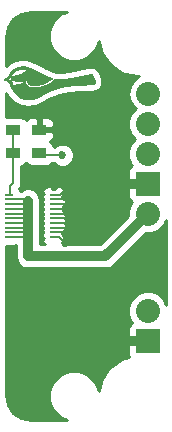
<source format=gtl>
G04 #@! TF.FileFunction,Copper,L1,Top,Signal*
%FSLAX46Y46*%
G04 Gerber Fmt 4.6, Leading zero omitted, Abs format (unit mm)*
G04 Created by KiCad (PCBNEW 4.0.1-stable) date Sunday, January 10, 2016 'PMt' 10:42:02 PM*
%MOMM*%
G01*
G04 APERTURE LIST*
%ADD10C,0.100000*%
%ADD11C,0.010000*%
%ADD12O,2.032000X2.032000*%
%ADD13C,2.032000*%
%ADD14R,2.032000X2.032000*%
%ADD15R,0.700000X0.200000*%
%ADD16R,1.200000X0.900000*%
%ADD17C,0.685800*%
%ADD18C,0.152400*%
%ADD19C,0.812800*%
%ADD20C,0.254000*%
G04 APERTURE END LIST*
D10*
D11*
G36*
X158939423Y-95335069D02*
X158971094Y-95335572D01*
X158998725Y-95336621D01*
X159023824Y-95338340D01*
X159047893Y-95340851D01*
X159072439Y-95344276D01*
X159098967Y-95348740D01*
X159120931Y-95352815D01*
X159179786Y-95365578D01*
X159240883Y-95381645D01*
X159301336Y-95400182D01*
X159358260Y-95420354D01*
X159369639Y-95424777D01*
X159412817Y-95441970D01*
X159455192Y-95459108D01*
X159497150Y-95476370D01*
X159539080Y-95493937D01*
X159581369Y-95511989D01*
X159624404Y-95530707D01*
X159668573Y-95550271D01*
X159714265Y-95570862D01*
X159761866Y-95592659D01*
X159811764Y-95615844D01*
X159864347Y-95640597D01*
X159920003Y-95667099D01*
X159979118Y-95695528D01*
X160042082Y-95726067D01*
X160109280Y-95758896D01*
X160181102Y-95794194D01*
X160257935Y-95832143D01*
X160340166Y-95872923D01*
X160428183Y-95916714D01*
X160450903Y-95928037D01*
X160529183Y-95966981D01*
X160601702Y-96002880D01*
X160668949Y-96035961D01*
X160731415Y-96066448D01*
X160789589Y-96094567D01*
X160843962Y-96120545D01*
X160895024Y-96144606D01*
X160943265Y-96166978D01*
X160989175Y-96187885D01*
X161033244Y-96207553D01*
X161075962Y-96226208D01*
X161117819Y-96244076D01*
X161159306Y-96261382D01*
X161200912Y-96278353D01*
X161243128Y-96295213D01*
X161276403Y-96308281D01*
X161299926Y-96317518D01*
X161321319Y-96326037D01*
X161339688Y-96333473D01*
X161354143Y-96339460D01*
X161363791Y-96343635D01*
X161367732Y-96345624D01*
X161367199Y-96349719D01*
X161361987Y-96357737D01*
X161352739Y-96368968D01*
X161340100Y-96382704D01*
X161324712Y-96398236D01*
X161307219Y-96414855D01*
X161294178Y-96426657D01*
X161226199Y-96482758D01*
X161151764Y-96536253D01*
X161070994Y-96587086D01*
X160984011Y-96635200D01*
X160890938Y-96680538D01*
X160791897Y-96723043D01*
X160687009Y-96762658D01*
X160576398Y-96799327D01*
X160460185Y-96832992D01*
X160373292Y-96855296D01*
X160272697Y-96878538D01*
X160177709Y-96897867D01*
X160088081Y-96913303D01*
X160003561Y-96924868D01*
X159923901Y-96932580D01*
X159848851Y-96936462D01*
X159778163Y-96936535D01*
X159711587Y-96932818D01*
X159648874Y-96925332D01*
X159611082Y-96918660D01*
X159550450Y-96903748D01*
X159495094Y-96884367D01*
X159445086Y-96860590D01*
X159400499Y-96832491D01*
X159361404Y-96800142D01*
X159327873Y-96763617D01*
X159299979Y-96722988D01*
X159277795Y-96678329D01*
X159261392Y-96629713D01*
X159250842Y-96577214D01*
X159247903Y-96550940D01*
X159247085Y-96539833D01*
X159246149Y-96531698D01*
X159244111Y-96525994D01*
X159239991Y-96522178D01*
X159232806Y-96519710D01*
X159221575Y-96518046D01*
X159205315Y-96516646D01*
X159183045Y-96514967D01*
X159182667Y-96514937D01*
X159155115Y-96512710D01*
X159133944Y-96510816D01*
X159118491Y-96509166D01*
X159108094Y-96507673D01*
X159102090Y-96506249D01*
X159099817Y-96504807D01*
X159099918Y-96503974D01*
X159097973Y-96502665D01*
X159091139Y-96502440D01*
X159081468Y-96503114D01*
X159071010Y-96504497D01*
X159061817Y-96506403D01*
X159057431Y-96507859D01*
X159051923Y-96509376D01*
X159040616Y-96511836D01*
X159024669Y-96515008D01*
X159005241Y-96518665D01*
X158983489Y-96522578D01*
X158978056Y-96523529D01*
X158896570Y-96537036D01*
X158819154Y-96548409D01*
X158743266Y-96557987D01*
X158666367Y-96566109D01*
X158642917Y-96568294D01*
X158620487Y-96569888D01*
X158593281Y-96571121D01*
X158562652Y-96571993D01*
X158529951Y-96572504D01*
X158496529Y-96572652D01*
X158463738Y-96572438D01*
X158432930Y-96571861D01*
X158405455Y-96570920D01*
X158382666Y-96569615D01*
X158369514Y-96568402D01*
X158296686Y-96558747D01*
X158225829Y-96546860D01*
X158155068Y-96532349D01*
X158082527Y-96514822D01*
X158006331Y-96493890D01*
X157990857Y-96489368D01*
X157968243Y-96482575D01*
X157951577Y-96477222D01*
X157939982Y-96472959D01*
X157932578Y-96469438D01*
X157928490Y-96466309D01*
X157927057Y-96463968D01*
X157926091Y-96458855D01*
X157924509Y-96447561D01*
X157922410Y-96430925D01*
X157919895Y-96409783D01*
X157917063Y-96384975D01*
X157914013Y-96357338D01*
X157910918Y-96328392D01*
X157907321Y-96294399D01*
X157904435Y-96266757D01*
X157902312Y-96244791D01*
X157901001Y-96227830D01*
X157900553Y-96215198D01*
X157901018Y-96206223D01*
X157902447Y-96200230D01*
X157904890Y-96196547D01*
X157908397Y-96194499D01*
X157913018Y-96193413D01*
X157918805Y-96192615D01*
X157921091Y-96192283D01*
X157932337Y-96190254D01*
X157949389Y-96186797D01*
X157971193Y-96182151D01*
X157996700Y-96176555D01*
X158024858Y-96170249D01*
X158054615Y-96163471D01*
X158084921Y-96156461D01*
X158114725Y-96149457D01*
X158142975Y-96142700D01*
X158168620Y-96136427D01*
X158187833Y-96131593D01*
X158290462Y-96104234D01*
X158386453Y-96076397D01*
X158476213Y-96047945D01*
X158560153Y-96018742D01*
X158638680Y-95988650D01*
X158712203Y-95957534D01*
X158724056Y-95952213D01*
X158794730Y-95917760D01*
X158866700Y-95878022D01*
X158938246Y-95834092D01*
X159007648Y-95787066D01*
X159073190Y-95738037D01*
X159117403Y-95701786D01*
X159135065Y-95686423D01*
X159153398Y-95670012D01*
X159171684Y-95653244D01*
X159189206Y-95636810D01*
X159205249Y-95621401D01*
X159219095Y-95607709D01*
X159230027Y-95596424D01*
X159237329Y-95588238D01*
X159240283Y-95583841D01*
X159240219Y-95583368D01*
X159234114Y-95580119D01*
X159222137Y-95575797D01*
X159205347Y-95570663D01*
X159184801Y-95564980D01*
X159161556Y-95559011D01*
X159136670Y-95553019D01*
X159111199Y-95547265D01*
X159086201Y-95542013D01*
X159062732Y-95537526D01*
X159041852Y-95534065D01*
X159041556Y-95534021D01*
X158986513Y-95527477D01*
X158932179Y-95524423D01*
X158877039Y-95524893D01*
X158819581Y-95528923D01*
X158758289Y-95536548D01*
X158728461Y-95541261D01*
X158635204Y-95559850D01*
X158545771Y-95583707D01*
X158460377Y-95612725D01*
X158379234Y-95646797D01*
X158302557Y-95685818D01*
X158230558Y-95729681D01*
X158163451Y-95778280D01*
X158101449Y-95831509D01*
X158057949Y-95874915D01*
X158015574Y-95923556D01*
X157977536Y-95974333D01*
X157944493Y-96026230D01*
X157917105Y-96078230D01*
X157899656Y-96119355D01*
X157894680Y-96131769D01*
X157890056Y-96141937D01*
X157886789Y-96147652D01*
X157883532Y-96150958D01*
X157875631Y-96158670D01*
X157863561Y-96170334D01*
X157847793Y-96185496D01*
X157828801Y-96203704D01*
X157807057Y-96224504D01*
X157783034Y-96247442D01*
X157757205Y-96272065D01*
X157738042Y-96290309D01*
X157711341Y-96315737D01*
X157686208Y-96339712D01*
X157663104Y-96361794D01*
X157642486Y-96381540D01*
X157624813Y-96398513D01*
X157610545Y-96412270D01*
X157600139Y-96422371D01*
X157594055Y-96428376D01*
X157592607Y-96429922D01*
X157595572Y-96431699D01*
X157604384Y-96436052D01*
X157618436Y-96442701D01*
X157637123Y-96451368D01*
X157659836Y-96461773D01*
X157685972Y-96473637D01*
X157714923Y-96486683D01*
X157746083Y-96500630D01*
X157753468Y-96503923D01*
X157915126Y-96575942D01*
X157931981Y-96636214D01*
X157940094Y-96664199D01*
X157949941Y-96696534D01*
X157960916Y-96731347D01*
X157972411Y-96766762D01*
X157983817Y-96800907D01*
X157994527Y-96831907D01*
X158003511Y-96856757D01*
X158008959Y-96870443D01*
X158013479Y-96878917D01*
X158018136Y-96883733D01*
X158023830Y-96886392D01*
X158031132Y-96887558D01*
X158044453Y-96888496D01*
X158062760Y-96889209D01*
X158085020Y-96889697D01*
X158110201Y-96889965D01*
X158137269Y-96890013D01*
X158165192Y-96889845D01*
X158192937Y-96889461D01*
X158219472Y-96888866D01*
X158243763Y-96888060D01*
X158264777Y-96887046D01*
X158281319Y-96885841D01*
X158444261Y-96868212D01*
X158544139Y-96854838D01*
X158586859Y-96848400D01*
X158623678Y-96842100D01*
X158655734Y-96835624D01*
X158684167Y-96828661D01*
X158710116Y-96820899D01*
X158734721Y-96812025D01*
X158759122Y-96801727D01*
X158784457Y-96789694D01*
X158787556Y-96788147D01*
X158843115Y-96756813D01*
X158897664Y-96719211D01*
X158950233Y-96676128D01*
X158999852Y-96628353D01*
X159040314Y-96583042D01*
X159058347Y-96561319D01*
X159060748Y-96586569D01*
X159067775Y-96633991D01*
X159079681Y-96683168D01*
X159095802Y-96732224D01*
X159115477Y-96779282D01*
X159138042Y-96822463D01*
X159151719Y-96844289D01*
X159189340Y-96894006D01*
X159232141Y-96939003D01*
X159280037Y-96979251D01*
X159332937Y-97014723D01*
X159390757Y-97045389D01*
X159453406Y-97071223D01*
X159520799Y-97092197D01*
X159592848Y-97108282D01*
X159669465Y-97119451D01*
X159750562Y-97125676D01*
X159836053Y-97126929D01*
X159925848Y-97123182D01*
X160004639Y-97116139D01*
X160077782Y-97106822D01*
X160155875Y-97094509D01*
X160237621Y-97079481D01*
X160321724Y-97062024D01*
X160406887Y-97042418D01*
X160491813Y-97020949D01*
X160575205Y-96997899D01*
X160651986Y-96974745D01*
X160749460Y-96942112D01*
X160843786Y-96906670D01*
X160934613Y-96868629D01*
X161021592Y-96828203D01*
X161104372Y-96785600D01*
X161182604Y-96741034D01*
X161255937Y-96694714D01*
X161324021Y-96646853D01*
X161386506Y-96597661D01*
X161443041Y-96547350D01*
X161493278Y-96496131D01*
X161536865Y-96444215D01*
X161541516Y-96438103D01*
X161551132Y-96425676D01*
X161557892Y-96418104D01*
X161562929Y-96414422D01*
X161567377Y-96413664D01*
X161569726Y-96414079D01*
X161589163Y-96418388D01*
X161614240Y-96423070D01*
X161643568Y-96427922D01*
X161675757Y-96432737D01*
X161709415Y-96437313D01*
X161743152Y-96441443D01*
X161775578Y-96444923D01*
X161786167Y-96445932D01*
X161817905Y-96448462D01*
X161849888Y-96450184D01*
X161882791Y-96451067D01*
X161917290Y-96451080D01*
X161954060Y-96450194D01*
X161993775Y-96448377D01*
X162037113Y-96445599D01*
X162084746Y-96441829D01*
X162137352Y-96437037D01*
X162195605Y-96431192D01*
X162257125Y-96424600D01*
X162346165Y-96414237D01*
X162441639Y-96402018D01*
X162543193Y-96388007D01*
X162650469Y-96372269D01*
X162763115Y-96354868D01*
X162880774Y-96335867D01*
X163003091Y-96315332D01*
X163129712Y-96293326D01*
X163260280Y-96269914D01*
X163394441Y-96245160D01*
X163531840Y-96219128D01*
X163672121Y-96191882D01*
X163814930Y-96163486D01*
X163959911Y-96134006D01*
X164106709Y-96103505D01*
X164254969Y-96072046D01*
X164404335Y-96039696D01*
X164491972Y-96020408D01*
X164536466Y-96010554D01*
X164574684Y-96002267D01*
X164607258Y-95995680D01*
X164634823Y-95990928D01*
X164658011Y-95988146D01*
X164677455Y-95987468D01*
X164693788Y-95989028D01*
X164707642Y-95992962D01*
X164719652Y-95999404D01*
X164730449Y-96008488D01*
X164740667Y-96020348D01*
X164750938Y-96035120D01*
X164761896Y-96052938D01*
X164774174Y-96073936D01*
X164778453Y-96081295D01*
X164815722Y-96147072D01*
X164850654Y-96212322D01*
X164882855Y-96276214D01*
X164911929Y-96337915D01*
X164937481Y-96396594D01*
X164959117Y-96451419D01*
X164972982Y-96490859D01*
X164988442Y-96543272D01*
X164999158Y-96592184D01*
X165005158Y-96637367D01*
X165006469Y-96678594D01*
X165003119Y-96715635D01*
X164995134Y-96748262D01*
X164982543Y-96776247D01*
X164965372Y-96799362D01*
X164943649Y-96817378D01*
X164933124Y-96823395D01*
X164922991Y-96828154D01*
X164911941Y-96832524D01*
X164899615Y-96836533D01*
X164885657Y-96840209D01*
X164869709Y-96843581D01*
X164851413Y-96846677D01*
X164830414Y-96849524D01*
X164806352Y-96852152D01*
X164778872Y-96854587D01*
X164747615Y-96856859D01*
X164712225Y-96858995D01*
X164672343Y-96861023D01*
X164627613Y-96862973D01*
X164577677Y-96864871D01*
X164522178Y-96866746D01*
X164460759Y-96868626D01*
X164393062Y-96870540D01*
X164318731Y-96872515D01*
X164305000Y-96872869D01*
X164182923Y-96876207D01*
X164067344Y-96879786D01*
X163957707Y-96883639D01*
X163853456Y-96887794D01*
X163754037Y-96892284D01*
X163658895Y-96897138D01*
X163567474Y-96902388D01*
X163479219Y-96908064D01*
X163393574Y-96914196D01*
X163309985Y-96920816D01*
X163227897Y-96927954D01*
X163146754Y-96935640D01*
X163119667Y-96938345D01*
X162990967Y-96952177D01*
X162866502Y-96967273D01*
X162745523Y-96983805D01*
X162627281Y-97001941D01*
X162511028Y-97021851D01*
X162396016Y-97043705D01*
X162281496Y-97067671D01*
X162166721Y-97093920D01*
X162050941Y-97122620D01*
X161933408Y-97153942D01*
X161813373Y-97188054D01*
X161690090Y-97225127D01*
X161562808Y-97265329D01*
X161430780Y-97308830D01*
X161325792Y-97344551D01*
X161275932Y-97362059D01*
X161228400Y-97379485D01*
X161182527Y-97397150D01*
X161137643Y-97415374D01*
X161093080Y-97434476D01*
X161048167Y-97454779D01*
X161002235Y-97476601D01*
X160954615Y-97500263D01*
X160904637Y-97526085D01*
X160851633Y-97554388D01*
X160794932Y-97585492D01*
X160733865Y-97619717D01*
X160667763Y-97657384D01*
X160646694Y-97669493D01*
X160588073Y-97703223D01*
X160535102Y-97733651D01*
X160487334Y-97761025D01*
X160444321Y-97785591D01*
X160405616Y-97807596D01*
X160370771Y-97827287D01*
X160339338Y-97844910D01*
X160310870Y-97860714D01*
X160284919Y-97874944D01*
X160261037Y-97887848D01*
X160238777Y-97899672D01*
X160217692Y-97910664D01*
X160197332Y-97921070D01*
X160177252Y-97931138D01*
X160157003Y-97941113D01*
X160136138Y-97951244D01*
X160134306Y-97952128D01*
X160066867Y-97983565D01*
X160003250Y-98010819D01*
X159942082Y-98034282D01*
X159881992Y-98054345D01*
X159821609Y-98071402D01*
X159759560Y-98085844D01*
X159694474Y-98098064D01*
X159624978Y-98108454D01*
X159560139Y-98116279D01*
X159519152Y-98120039D01*
X159473206Y-98122999D01*
X159424358Y-98125105D01*
X159374663Y-98126301D01*
X159326179Y-98126532D01*
X159280962Y-98125744D01*
X159251458Y-98124508D01*
X159171912Y-98117865D01*
X159091456Y-98106743D01*
X159011278Y-98091443D01*
X158932567Y-98072263D01*
X158856511Y-98049501D01*
X158784298Y-98023456D01*
X158717116Y-97994427D01*
X158699008Y-97985625D01*
X158618028Y-97941372D01*
X158538806Y-97890408D01*
X158461482Y-97832893D01*
X158386195Y-97768983D01*
X158313086Y-97698836D01*
X158242295Y-97622610D01*
X158173960Y-97540463D01*
X158108223Y-97452552D01*
X158045222Y-97359036D01*
X157985097Y-97260070D01*
X157927989Y-97155814D01*
X157882897Y-97065201D01*
X157864559Y-97025287D01*
X157846937Y-96983922D01*
X157829526Y-96939814D01*
X157811819Y-96891672D01*
X157793310Y-96838204D01*
X157788965Y-96825250D01*
X157781296Y-96801804D01*
X157773193Y-96776214D01*
X157765008Y-96749673D01*
X157757093Y-96723373D01*
X157749801Y-96698508D01*
X157743485Y-96676269D01*
X157738496Y-96657848D01*
X157735187Y-96644440D01*
X157734378Y-96640558D01*
X157732209Y-96628996D01*
X157527595Y-96546428D01*
X157491615Y-96531883D01*
X157457607Y-96518085D01*
X157426132Y-96505266D01*
X157397748Y-96493654D01*
X157373014Y-96483480D01*
X157352490Y-96474974D01*
X157336734Y-96468367D01*
X157326307Y-96463889D01*
X157321768Y-96461769D01*
X157321619Y-96461656D01*
X157323960Y-96459006D01*
X157331162Y-96452050D01*
X157342812Y-96441163D01*
X157358495Y-96426724D01*
X157377797Y-96409108D01*
X157400304Y-96388694D01*
X157425601Y-96365859D01*
X157453274Y-96340979D01*
X157482909Y-96314432D01*
X157508286Y-96291769D01*
X157544302Y-96259640D01*
X157575416Y-96231846D01*
X157601998Y-96208033D01*
X157624415Y-96187848D01*
X157643038Y-96170935D01*
X157658235Y-96156942D01*
X157670376Y-96145513D01*
X157679830Y-96136294D01*
X157686965Y-96128931D01*
X157692152Y-96123071D01*
X157695759Y-96118358D01*
X157698156Y-96114439D01*
X157699712Y-96110959D01*
X157700795Y-96107565D01*
X157700979Y-96106897D01*
X157707388Y-96086348D01*
X157716490Y-96061398D01*
X157727560Y-96033816D01*
X157739874Y-96005375D01*
X157752705Y-95977843D01*
X157759300Y-95964554D01*
X157791749Y-95906345D01*
X157828977Y-95850220D01*
X157871666Y-95795249D01*
X157920499Y-95740502D01*
X157933642Y-95726849D01*
X157989151Y-95673310D01*
X158046431Y-95624827D01*
X158106685Y-95580531D01*
X158171117Y-95539557D01*
X158240931Y-95501037D01*
X158261917Y-95490420D01*
X158329971Y-95458548D01*
X158397985Y-95430713D01*
X158467187Y-95406541D01*
X158538807Y-95385659D01*
X158614072Y-95367692D01*
X158694212Y-95352268D01*
X158740680Y-95344752D01*
X158760516Y-95341832D01*
X158777844Y-95339566D01*
X158794061Y-95337870D01*
X158810562Y-95336659D01*
X158828742Y-95335848D01*
X158849998Y-95335355D01*
X158875724Y-95335094D01*
X158902208Y-95334991D01*
X158939423Y-95335069D01*
X158939423Y-95335069D01*
G37*
X158939423Y-95335069D02*
X158971094Y-95335572D01*
X158998725Y-95336621D01*
X159023824Y-95338340D01*
X159047893Y-95340851D01*
X159072439Y-95344276D01*
X159098967Y-95348740D01*
X159120931Y-95352815D01*
X159179786Y-95365578D01*
X159240883Y-95381645D01*
X159301336Y-95400182D01*
X159358260Y-95420354D01*
X159369639Y-95424777D01*
X159412817Y-95441970D01*
X159455192Y-95459108D01*
X159497150Y-95476370D01*
X159539080Y-95493937D01*
X159581369Y-95511989D01*
X159624404Y-95530707D01*
X159668573Y-95550271D01*
X159714265Y-95570862D01*
X159761866Y-95592659D01*
X159811764Y-95615844D01*
X159864347Y-95640597D01*
X159920003Y-95667099D01*
X159979118Y-95695528D01*
X160042082Y-95726067D01*
X160109280Y-95758896D01*
X160181102Y-95794194D01*
X160257935Y-95832143D01*
X160340166Y-95872923D01*
X160428183Y-95916714D01*
X160450903Y-95928037D01*
X160529183Y-95966981D01*
X160601702Y-96002880D01*
X160668949Y-96035961D01*
X160731415Y-96066448D01*
X160789589Y-96094567D01*
X160843962Y-96120545D01*
X160895024Y-96144606D01*
X160943265Y-96166978D01*
X160989175Y-96187885D01*
X161033244Y-96207553D01*
X161075962Y-96226208D01*
X161117819Y-96244076D01*
X161159306Y-96261382D01*
X161200912Y-96278353D01*
X161243128Y-96295213D01*
X161276403Y-96308281D01*
X161299926Y-96317518D01*
X161321319Y-96326037D01*
X161339688Y-96333473D01*
X161354143Y-96339460D01*
X161363791Y-96343635D01*
X161367732Y-96345624D01*
X161367199Y-96349719D01*
X161361987Y-96357737D01*
X161352739Y-96368968D01*
X161340100Y-96382704D01*
X161324712Y-96398236D01*
X161307219Y-96414855D01*
X161294178Y-96426657D01*
X161226199Y-96482758D01*
X161151764Y-96536253D01*
X161070994Y-96587086D01*
X160984011Y-96635200D01*
X160890938Y-96680538D01*
X160791897Y-96723043D01*
X160687009Y-96762658D01*
X160576398Y-96799327D01*
X160460185Y-96832992D01*
X160373292Y-96855296D01*
X160272697Y-96878538D01*
X160177709Y-96897867D01*
X160088081Y-96913303D01*
X160003561Y-96924868D01*
X159923901Y-96932580D01*
X159848851Y-96936462D01*
X159778163Y-96936535D01*
X159711587Y-96932818D01*
X159648874Y-96925332D01*
X159611082Y-96918660D01*
X159550450Y-96903748D01*
X159495094Y-96884367D01*
X159445086Y-96860590D01*
X159400499Y-96832491D01*
X159361404Y-96800142D01*
X159327873Y-96763617D01*
X159299979Y-96722988D01*
X159277795Y-96678329D01*
X159261392Y-96629713D01*
X159250842Y-96577214D01*
X159247903Y-96550940D01*
X159247085Y-96539833D01*
X159246149Y-96531698D01*
X159244111Y-96525994D01*
X159239991Y-96522178D01*
X159232806Y-96519710D01*
X159221575Y-96518046D01*
X159205315Y-96516646D01*
X159183045Y-96514967D01*
X159182667Y-96514937D01*
X159155115Y-96512710D01*
X159133944Y-96510816D01*
X159118491Y-96509166D01*
X159108094Y-96507673D01*
X159102090Y-96506249D01*
X159099817Y-96504807D01*
X159099918Y-96503974D01*
X159097973Y-96502665D01*
X159091139Y-96502440D01*
X159081468Y-96503114D01*
X159071010Y-96504497D01*
X159061817Y-96506403D01*
X159057431Y-96507859D01*
X159051923Y-96509376D01*
X159040616Y-96511836D01*
X159024669Y-96515008D01*
X159005241Y-96518665D01*
X158983489Y-96522578D01*
X158978056Y-96523529D01*
X158896570Y-96537036D01*
X158819154Y-96548409D01*
X158743266Y-96557987D01*
X158666367Y-96566109D01*
X158642917Y-96568294D01*
X158620487Y-96569888D01*
X158593281Y-96571121D01*
X158562652Y-96571993D01*
X158529951Y-96572504D01*
X158496529Y-96572652D01*
X158463738Y-96572438D01*
X158432930Y-96571861D01*
X158405455Y-96570920D01*
X158382666Y-96569615D01*
X158369514Y-96568402D01*
X158296686Y-96558747D01*
X158225829Y-96546860D01*
X158155068Y-96532349D01*
X158082527Y-96514822D01*
X158006331Y-96493890D01*
X157990857Y-96489368D01*
X157968243Y-96482575D01*
X157951577Y-96477222D01*
X157939982Y-96472959D01*
X157932578Y-96469438D01*
X157928490Y-96466309D01*
X157927057Y-96463968D01*
X157926091Y-96458855D01*
X157924509Y-96447561D01*
X157922410Y-96430925D01*
X157919895Y-96409783D01*
X157917063Y-96384975D01*
X157914013Y-96357338D01*
X157910918Y-96328392D01*
X157907321Y-96294399D01*
X157904435Y-96266757D01*
X157902312Y-96244791D01*
X157901001Y-96227830D01*
X157900553Y-96215198D01*
X157901018Y-96206223D01*
X157902447Y-96200230D01*
X157904890Y-96196547D01*
X157908397Y-96194499D01*
X157913018Y-96193413D01*
X157918805Y-96192615D01*
X157921091Y-96192283D01*
X157932337Y-96190254D01*
X157949389Y-96186797D01*
X157971193Y-96182151D01*
X157996700Y-96176555D01*
X158024858Y-96170249D01*
X158054615Y-96163471D01*
X158084921Y-96156461D01*
X158114725Y-96149457D01*
X158142975Y-96142700D01*
X158168620Y-96136427D01*
X158187833Y-96131593D01*
X158290462Y-96104234D01*
X158386453Y-96076397D01*
X158476213Y-96047945D01*
X158560153Y-96018742D01*
X158638680Y-95988650D01*
X158712203Y-95957534D01*
X158724056Y-95952213D01*
X158794730Y-95917760D01*
X158866700Y-95878022D01*
X158938246Y-95834092D01*
X159007648Y-95787066D01*
X159073190Y-95738037D01*
X159117403Y-95701786D01*
X159135065Y-95686423D01*
X159153398Y-95670012D01*
X159171684Y-95653244D01*
X159189206Y-95636810D01*
X159205249Y-95621401D01*
X159219095Y-95607709D01*
X159230027Y-95596424D01*
X159237329Y-95588238D01*
X159240283Y-95583841D01*
X159240219Y-95583368D01*
X159234114Y-95580119D01*
X159222137Y-95575797D01*
X159205347Y-95570663D01*
X159184801Y-95564980D01*
X159161556Y-95559011D01*
X159136670Y-95553019D01*
X159111199Y-95547265D01*
X159086201Y-95542013D01*
X159062732Y-95537526D01*
X159041852Y-95534065D01*
X159041556Y-95534021D01*
X158986513Y-95527477D01*
X158932179Y-95524423D01*
X158877039Y-95524893D01*
X158819581Y-95528923D01*
X158758289Y-95536548D01*
X158728461Y-95541261D01*
X158635204Y-95559850D01*
X158545771Y-95583707D01*
X158460377Y-95612725D01*
X158379234Y-95646797D01*
X158302557Y-95685818D01*
X158230558Y-95729681D01*
X158163451Y-95778280D01*
X158101449Y-95831509D01*
X158057949Y-95874915D01*
X158015574Y-95923556D01*
X157977536Y-95974333D01*
X157944493Y-96026230D01*
X157917105Y-96078230D01*
X157899656Y-96119355D01*
X157894680Y-96131769D01*
X157890056Y-96141937D01*
X157886789Y-96147652D01*
X157883532Y-96150958D01*
X157875631Y-96158670D01*
X157863561Y-96170334D01*
X157847793Y-96185496D01*
X157828801Y-96203704D01*
X157807057Y-96224504D01*
X157783034Y-96247442D01*
X157757205Y-96272065D01*
X157738042Y-96290309D01*
X157711341Y-96315737D01*
X157686208Y-96339712D01*
X157663104Y-96361794D01*
X157642486Y-96381540D01*
X157624813Y-96398513D01*
X157610545Y-96412270D01*
X157600139Y-96422371D01*
X157594055Y-96428376D01*
X157592607Y-96429922D01*
X157595572Y-96431699D01*
X157604384Y-96436052D01*
X157618436Y-96442701D01*
X157637123Y-96451368D01*
X157659836Y-96461773D01*
X157685972Y-96473637D01*
X157714923Y-96486683D01*
X157746083Y-96500630D01*
X157753468Y-96503923D01*
X157915126Y-96575942D01*
X157931981Y-96636214D01*
X157940094Y-96664199D01*
X157949941Y-96696534D01*
X157960916Y-96731347D01*
X157972411Y-96766762D01*
X157983817Y-96800907D01*
X157994527Y-96831907D01*
X158003511Y-96856757D01*
X158008959Y-96870443D01*
X158013479Y-96878917D01*
X158018136Y-96883733D01*
X158023830Y-96886392D01*
X158031132Y-96887558D01*
X158044453Y-96888496D01*
X158062760Y-96889209D01*
X158085020Y-96889697D01*
X158110201Y-96889965D01*
X158137269Y-96890013D01*
X158165192Y-96889845D01*
X158192937Y-96889461D01*
X158219472Y-96888866D01*
X158243763Y-96888060D01*
X158264777Y-96887046D01*
X158281319Y-96885841D01*
X158444261Y-96868212D01*
X158544139Y-96854838D01*
X158586859Y-96848400D01*
X158623678Y-96842100D01*
X158655734Y-96835624D01*
X158684167Y-96828661D01*
X158710116Y-96820899D01*
X158734721Y-96812025D01*
X158759122Y-96801727D01*
X158784457Y-96789694D01*
X158787556Y-96788147D01*
X158843115Y-96756813D01*
X158897664Y-96719211D01*
X158950233Y-96676128D01*
X158999852Y-96628353D01*
X159040314Y-96583042D01*
X159058347Y-96561319D01*
X159060748Y-96586569D01*
X159067775Y-96633991D01*
X159079681Y-96683168D01*
X159095802Y-96732224D01*
X159115477Y-96779282D01*
X159138042Y-96822463D01*
X159151719Y-96844289D01*
X159189340Y-96894006D01*
X159232141Y-96939003D01*
X159280037Y-96979251D01*
X159332937Y-97014723D01*
X159390757Y-97045389D01*
X159453406Y-97071223D01*
X159520799Y-97092197D01*
X159592848Y-97108282D01*
X159669465Y-97119451D01*
X159750562Y-97125676D01*
X159836053Y-97126929D01*
X159925848Y-97123182D01*
X160004639Y-97116139D01*
X160077782Y-97106822D01*
X160155875Y-97094509D01*
X160237621Y-97079481D01*
X160321724Y-97062024D01*
X160406887Y-97042418D01*
X160491813Y-97020949D01*
X160575205Y-96997899D01*
X160651986Y-96974745D01*
X160749460Y-96942112D01*
X160843786Y-96906670D01*
X160934613Y-96868629D01*
X161021592Y-96828203D01*
X161104372Y-96785600D01*
X161182604Y-96741034D01*
X161255937Y-96694714D01*
X161324021Y-96646853D01*
X161386506Y-96597661D01*
X161443041Y-96547350D01*
X161493278Y-96496131D01*
X161536865Y-96444215D01*
X161541516Y-96438103D01*
X161551132Y-96425676D01*
X161557892Y-96418104D01*
X161562929Y-96414422D01*
X161567377Y-96413664D01*
X161569726Y-96414079D01*
X161589163Y-96418388D01*
X161614240Y-96423070D01*
X161643568Y-96427922D01*
X161675757Y-96432737D01*
X161709415Y-96437313D01*
X161743152Y-96441443D01*
X161775578Y-96444923D01*
X161786167Y-96445932D01*
X161817905Y-96448462D01*
X161849888Y-96450184D01*
X161882791Y-96451067D01*
X161917290Y-96451080D01*
X161954060Y-96450194D01*
X161993775Y-96448377D01*
X162037113Y-96445599D01*
X162084746Y-96441829D01*
X162137352Y-96437037D01*
X162195605Y-96431192D01*
X162257125Y-96424600D01*
X162346165Y-96414237D01*
X162441639Y-96402018D01*
X162543193Y-96388007D01*
X162650469Y-96372269D01*
X162763115Y-96354868D01*
X162880774Y-96335867D01*
X163003091Y-96315332D01*
X163129712Y-96293326D01*
X163260280Y-96269914D01*
X163394441Y-96245160D01*
X163531840Y-96219128D01*
X163672121Y-96191882D01*
X163814930Y-96163486D01*
X163959911Y-96134006D01*
X164106709Y-96103505D01*
X164254969Y-96072046D01*
X164404335Y-96039696D01*
X164491972Y-96020408D01*
X164536466Y-96010554D01*
X164574684Y-96002267D01*
X164607258Y-95995680D01*
X164634823Y-95990928D01*
X164658011Y-95988146D01*
X164677455Y-95987468D01*
X164693788Y-95989028D01*
X164707642Y-95992962D01*
X164719652Y-95999404D01*
X164730449Y-96008488D01*
X164740667Y-96020348D01*
X164750938Y-96035120D01*
X164761896Y-96052938D01*
X164774174Y-96073936D01*
X164778453Y-96081295D01*
X164815722Y-96147072D01*
X164850654Y-96212322D01*
X164882855Y-96276214D01*
X164911929Y-96337915D01*
X164937481Y-96396594D01*
X164959117Y-96451419D01*
X164972982Y-96490859D01*
X164988442Y-96543272D01*
X164999158Y-96592184D01*
X165005158Y-96637367D01*
X165006469Y-96678594D01*
X165003119Y-96715635D01*
X164995134Y-96748262D01*
X164982543Y-96776247D01*
X164965372Y-96799362D01*
X164943649Y-96817378D01*
X164933124Y-96823395D01*
X164922991Y-96828154D01*
X164911941Y-96832524D01*
X164899615Y-96836533D01*
X164885657Y-96840209D01*
X164869709Y-96843581D01*
X164851413Y-96846677D01*
X164830414Y-96849524D01*
X164806352Y-96852152D01*
X164778872Y-96854587D01*
X164747615Y-96856859D01*
X164712225Y-96858995D01*
X164672343Y-96861023D01*
X164627613Y-96862973D01*
X164577677Y-96864871D01*
X164522178Y-96866746D01*
X164460759Y-96868626D01*
X164393062Y-96870540D01*
X164318731Y-96872515D01*
X164305000Y-96872869D01*
X164182923Y-96876207D01*
X164067344Y-96879786D01*
X163957707Y-96883639D01*
X163853456Y-96887794D01*
X163754037Y-96892284D01*
X163658895Y-96897138D01*
X163567474Y-96902388D01*
X163479219Y-96908064D01*
X163393574Y-96914196D01*
X163309985Y-96920816D01*
X163227897Y-96927954D01*
X163146754Y-96935640D01*
X163119667Y-96938345D01*
X162990967Y-96952177D01*
X162866502Y-96967273D01*
X162745523Y-96983805D01*
X162627281Y-97001941D01*
X162511028Y-97021851D01*
X162396016Y-97043705D01*
X162281496Y-97067671D01*
X162166721Y-97093920D01*
X162050941Y-97122620D01*
X161933408Y-97153942D01*
X161813373Y-97188054D01*
X161690090Y-97225127D01*
X161562808Y-97265329D01*
X161430780Y-97308830D01*
X161325792Y-97344551D01*
X161275932Y-97362059D01*
X161228400Y-97379485D01*
X161182527Y-97397150D01*
X161137643Y-97415374D01*
X161093080Y-97434476D01*
X161048167Y-97454779D01*
X161002235Y-97476601D01*
X160954615Y-97500263D01*
X160904637Y-97526085D01*
X160851633Y-97554388D01*
X160794932Y-97585492D01*
X160733865Y-97619717D01*
X160667763Y-97657384D01*
X160646694Y-97669493D01*
X160588073Y-97703223D01*
X160535102Y-97733651D01*
X160487334Y-97761025D01*
X160444321Y-97785591D01*
X160405616Y-97807596D01*
X160370771Y-97827287D01*
X160339338Y-97844910D01*
X160310870Y-97860714D01*
X160284919Y-97874944D01*
X160261037Y-97887848D01*
X160238777Y-97899672D01*
X160217692Y-97910664D01*
X160197332Y-97921070D01*
X160177252Y-97931138D01*
X160157003Y-97941113D01*
X160136138Y-97951244D01*
X160134306Y-97952128D01*
X160066867Y-97983565D01*
X160003250Y-98010819D01*
X159942082Y-98034282D01*
X159881992Y-98054345D01*
X159821609Y-98071402D01*
X159759560Y-98085844D01*
X159694474Y-98098064D01*
X159624978Y-98108454D01*
X159560139Y-98116279D01*
X159519152Y-98120039D01*
X159473206Y-98122999D01*
X159424358Y-98125105D01*
X159374663Y-98126301D01*
X159326179Y-98126532D01*
X159280962Y-98125744D01*
X159251458Y-98124508D01*
X159171912Y-98117865D01*
X159091456Y-98106743D01*
X159011278Y-98091443D01*
X158932567Y-98072263D01*
X158856511Y-98049501D01*
X158784298Y-98023456D01*
X158717116Y-97994427D01*
X158699008Y-97985625D01*
X158618028Y-97941372D01*
X158538806Y-97890408D01*
X158461482Y-97832893D01*
X158386195Y-97768983D01*
X158313086Y-97698836D01*
X158242295Y-97622610D01*
X158173960Y-97540463D01*
X158108223Y-97452552D01*
X158045222Y-97359036D01*
X157985097Y-97260070D01*
X157927989Y-97155814D01*
X157882897Y-97065201D01*
X157864559Y-97025287D01*
X157846937Y-96983922D01*
X157829526Y-96939814D01*
X157811819Y-96891672D01*
X157793310Y-96838204D01*
X157788965Y-96825250D01*
X157781296Y-96801804D01*
X157773193Y-96776214D01*
X157765008Y-96749673D01*
X157757093Y-96723373D01*
X157749801Y-96698508D01*
X157743485Y-96676269D01*
X157738496Y-96657848D01*
X157735187Y-96644440D01*
X157734378Y-96640558D01*
X157732209Y-96628996D01*
X157527595Y-96546428D01*
X157491615Y-96531883D01*
X157457607Y-96518085D01*
X157426132Y-96505266D01*
X157397748Y-96493654D01*
X157373014Y-96483480D01*
X157352490Y-96474974D01*
X157336734Y-96468367D01*
X157326307Y-96463889D01*
X157321768Y-96461769D01*
X157321619Y-96461656D01*
X157323960Y-96459006D01*
X157331162Y-96452050D01*
X157342812Y-96441163D01*
X157358495Y-96426724D01*
X157377797Y-96409108D01*
X157400304Y-96388694D01*
X157425601Y-96365859D01*
X157453274Y-96340979D01*
X157482909Y-96314432D01*
X157508286Y-96291769D01*
X157544302Y-96259640D01*
X157575416Y-96231846D01*
X157601998Y-96208033D01*
X157624415Y-96187848D01*
X157643038Y-96170935D01*
X157658235Y-96156942D01*
X157670376Y-96145513D01*
X157679830Y-96136294D01*
X157686965Y-96128931D01*
X157692152Y-96123071D01*
X157695759Y-96118358D01*
X157698156Y-96114439D01*
X157699712Y-96110959D01*
X157700795Y-96107565D01*
X157700979Y-96106897D01*
X157707388Y-96086348D01*
X157716490Y-96061398D01*
X157727560Y-96033816D01*
X157739874Y-96005375D01*
X157752705Y-95977843D01*
X157759300Y-95964554D01*
X157791749Y-95906345D01*
X157828977Y-95850220D01*
X157871666Y-95795249D01*
X157920499Y-95740502D01*
X157933642Y-95726849D01*
X157989151Y-95673310D01*
X158046431Y-95624827D01*
X158106685Y-95580531D01*
X158171117Y-95539557D01*
X158240931Y-95501037D01*
X158261917Y-95490420D01*
X158329971Y-95458548D01*
X158397985Y-95430713D01*
X158467187Y-95406541D01*
X158538807Y-95385659D01*
X158614072Y-95367692D01*
X158694212Y-95352268D01*
X158740680Y-95344752D01*
X158760516Y-95341832D01*
X158777844Y-95339566D01*
X158794061Y-95337870D01*
X158810562Y-95336659D01*
X158828742Y-95335848D01*
X158849998Y-95335355D01*
X158875724Y-95335094D01*
X158902208Y-95334991D01*
X158939423Y-95335069D01*
D12*
X169490000Y-97640000D03*
D13*
X169490000Y-100180000D03*
X169490000Y-102720000D03*
D14*
X169490000Y-105260000D03*
D13*
X169490000Y-107800000D03*
X169490000Y-116040000D03*
D14*
X169490000Y-118580000D03*
D15*
X157760000Y-109800000D03*
X161540000Y-109800000D03*
X157760000Y-109400000D03*
X161540000Y-109400000D03*
X157760000Y-109000000D03*
X161540000Y-109000000D03*
X157760000Y-108600000D03*
X161540000Y-108600000D03*
X157760000Y-108200000D03*
X161540000Y-108200000D03*
X157760000Y-107800000D03*
X161540000Y-107800000D03*
X157760000Y-107400000D03*
X161540000Y-107400000D03*
X157760000Y-107000000D03*
X161540000Y-107000000D03*
X157760000Y-106600000D03*
X161540000Y-106600000D03*
X157760000Y-106200000D03*
X161540000Y-106200000D03*
D16*
X160280000Y-102690000D03*
X158080000Y-102690000D03*
X158080000Y-100710000D03*
X160280000Y-100710000D03*
D17*
X163510000Y-108370000D03*
X163100000Y-108940000D03*
X163240000Y-109670000D03*
X162480000Y-109520000D03*
X162460000Y-110260000D03*
X163110000Y-107680000D03*
X162440000Y-107440000D03*
X162960000Y-106990000D03*
X162480000Y-106440000D03*
X162580000Y-105700000D03*
X162240000Y-102860000D03*
D18*
X157760000Y-106600000D02*
X159230000Y-106600000D01*
X159230000Y-106600000D02*
X159340000Y-106710000D01*
X157760000Y-107000000D02*
X159050000Y-107000000D01*
X159050000Y-107000000D02*
X159340000Y-106710000D01*
X157760000Y-107400000D02*
X158910000Y-107400000D01*
X158910000Y-107400000D02*
X159340000Y-107830000D01*
D19*
X159340000Y-108260000D02*
X159340000Y-107830000D01*
X159340000Y-107830000D02*
X159340000Y-106710000D01*
D18*
X157760000Y-107800000D02*
X159310000Y-107800000D01*
X159310000Y-107800000D02*
X159340000Y-107830000D01*
D19*
X159340000Y-108950000D02*
X159340000Y-108260000D01*
D18*
X157760000Y-108200000D02*
X159280000Y-108200000D01*
X159280000Y-108200000D02*
X159340000Y-108260000D01*
X157760000Y-108600000D02*
X158990000Y-108600000D01*
X158990000Y-108600000D02*
X159340000Y-108950000D01*
D19*
X159340000Y-109770000D02*
X159340000Y-108950000D01*
D18*
X157760000Y-109000000D02*
X159290000Y-109000000D01*
X159290000Y-109000000D02*
X159340000Y-108950000D01*
X157760000Y-109400000D02*
X158970000Y-109400000D01*
X158970000Y-109400000D02*
X159340000Y-109770000D01*
D19*
X159340000Y-111420000D02*
X159340000Y-109770000D01*
D18*
X157760000Y-109800000D02*
X159310000Y-109800000D01*
X159310000Y-109800000D02*
X159340000Y-109770000D01*
D19*
X161704158Y-111420000D02*
X159340000Y-111420000D01*
X165870000Y-111420000D02*
X161704158Y-111420000D01*
X169490000Y-107800000D02*
X165870000Y-111420000D01*
D18*
X163340000Y-108200000D02*
X163510000Y-108370000D01*
X161540000Y-108200000D02*
X163340000Y-108200000D01*
X162760000Y-108600000D02*
X163100000Y-108940000D01*
X161540000Y-108600000D02*
X162760000Y-108600000D01*
X162570000Y-109000000D02*
X162897101Y-109327101D01*
X161540000Y-109000000D02*
X162570000Y-109000000D01*
X162897101Y-109327101D02*
X163240000Y-109670000D01*
D19*
X169490000Y-118580000D02*
X167661200Y-118580000D01*
X167661200Y-118580000D02*
X167651200Y-118570000D01*
X169490000Y-105260000D02*
X167661200Y-105260000D01*
D18*
X161540000Y-109400000D02*
X162360000Y-109400000D01*
X162360000Y-109400000D02*
X162480000Y-109520000D01*
X161540000Y-109800000D02*
X162000000Y-109800000D01*
X162000000Y-109800000D02*
X162460000Y-110260000D01*
X162122400Y-107880000D02*
X162910000Y-107880000D01*
X162910000Y-107880000D02*
X163110000Y-107680000D01*
X161540000Y-107800000D02*
X162042400Y-107800000D01*
X162042400Y-107800000D02*
X162122400Y-107880000D01*
X161540000Y-107400000D02*
X162400000Y-107400000D01*
X162400000Y-107400000D02*
X162440000Y-107440000D01*
X161540000Y-107000000D02*
X162950000Y-107000000D01*
X162950000Y-107000000D02*
X162960000Y-106990000D01*
X161540000Y-106600000D02*
X162320000Y-106600000D01*
X162320000Y-106600000D02*
X162480000Y-106440000D01*
X161540000Y-106200000D02*
X162080000Y-106200000D01*
X162080000Y-106200000D02*
X162580000Y-105700000D01*
X162240000Y-102860000D02*
X160450000Y-102860000D01*
X160450000Y-102860000D02*
X160280000Y-102690000D01*
X160310000Y-102720000D02*
X160280000Y-102690000D01*
X158080000Y-102690000D02*
X158080000Y-105230000D01*
X158080000Y-105230000D02*
X157810000Y-105500000D01*
X158080000Y-100710000D02*
X158080000Y-102690000D01*
X157810000Y-105500000D02*
X157810000Y-106150000D01*
X157810000Y-106150000D02*
X157760000Y-106200000D01*
D20*
G36*
X171048000Y-115508217D02*
X170883680Y-115110531D01*
X170421900Y-114647945D01*
X169818247Y-114397286D01*
X169164621Y-114396716D01*
X168560531Y-114646320D01*
X168097945Y-115108100D01*
X167847286Y-115711753D01*
X167846716Y-116365379D01*
X168096320Y-116969469D01*
X168141274Y-117014501D01*
X168114302Y-117025673D01*
X167935673Y-117204301D01*
X167839000Y-117437690D01*
X167839000Y-118294250D01*
X167997750Y-118453000D01*
X169363000Y-118453000D01*
X169363000Y-118433000D01*
X169617000Y-118433000D01*
X169617000Y-118453000D01*
X169637000Y-118453000D01*
X169637000Y-118707000D01*
X169617000Y-118707000D01*
X169617000Y-118727000D01*
X169363000Y-118727000D01*
X169363000Y-118707000D01*
X167997750Y-118707000D01*
X167839000Y-118865750D01*
X167839000Y-119722310D01*
X167932048Y-119946948D01*
X167560668Y-120020820D01*
X167307611Y-120125639D01*
X166415446Y-120721764D01*
X166221764Y-120915446D01*
X165625639Y-121807611D01*
X165527899Y-122043578D01*
X165520820Y-122060668D01*
X165371068Y-122813523D01*
X165054234Y-122046726D01*
X164456422Y-121447869D01*
X163674943Y-121123370D01*
X162828770Y-121122632D01*
X162046726Y-121445766D01*
X161447869Y-122043578D01*
X161123370Y-122825057D01*
X161122632Y-123671230D01*
X161445766Y-124453274D01*
X162043578Y-125052131D01*
X162635695Y-125298000D01*
X159569139Y-125298000D01*
X158721529Y-125129400D01*
X158061570Y-124688430D01*
X157620600Y-124028472D01*
X157452000Y-123180861D01*
X157452000Y-110539283D01*
X158110000Y-110539283D01*
X158301765Y-110503200D01*
X158306600Y-110503200D01*
X158306600Y-111420000D01*
X158385263Y-111815465D01*
X158609276Y-112150724D01*
X158944535Y-112374737D01*
X159340000Y-112453400D01*
X165870000Y-112453400D01*
X166265465Y-112374737D01*
X166600724Y-112150724D01*
X169308606Y-109442842D01*
X169815379Y-109443284D01*
X170419469Y-109193680D01*
X170882055Y-108731900D01*
X171048000Y-108332261D01*
X171048000Y-115508217D01*
X171048000Y-115508217D01*
G37*
X171048000Y-115508217D02*
X170883680Y-115110531D01*
X170421900Y-114647945D01*
X169818247Y-114397286D01*
X169164621Y-114396716D01*
X168560531Y-114646320D01*
X168097945Y-115108100D01*
X167847286Y-115711753D01*
X167846716Y-116365379D01*
X168096320Y-116969469D01*
X168141274Y-117014501D01*
X168114302Y-117025673D01*
X167935673Y-117204301D01*
X167839000Y-117437690D01*
X167839000Y-118294250D01*
X167997750Y-118453000D01*
X169363000Y-118453000D01*
X169363000Y-118433000D01*
X169617000Y-118433000D01*
X169617000Y-118453000D01*
X169637000Y-118453000D01*
X169637000Y-118707000D01*
X169617000Y-118707000D01*
X169617000Y-118727000D01*
X169363000Y-118727000D01*
X169363000Y-118707000D01*
X167997750Y-118707000D01*
X167839000Y-118865750D01*
X167839000Y-119722310D01*
X167932048Y-119946948D01*
X167560668Y-120020820D01*
X167307611Y-120125639D01*
X166415446Y-120721764D01*
X166221764Y-120915446D01*
X165625639Y-121807611D01*
X165527899Y-122043578D01*
X165520820Y-122060668D01*
X165371068Y-122813523D01*
X165054234Y-122046726D01*
X164456422Y-121447869D01*
X163674943Y-121123370D01*
X162828770Y-121122632D01*
X162046726Y-121445766D01*
X161447869Y-122043578D01*
X161123370Y-122825057D01*
X161122632Y-123671230D01*
X161445766Y-124453274D01*
X162043578Y-125052131D01*
X162635695Y-125298000D01*
X159569139Y-125298000D01*
X158721529Y-125129400D01*
X158061570Y-124688430D01*
X157620600Y-124028472D01*
X157452000Y-123180861D01*
X157452000Y-110539283D01*
X158110000Y-110539283D01*
X158301765Y-110503200D01*
X158306600Y-110503200D01*
X158306600Y-111420000D01*
X158385263Y-111815465D01*
X158609276Y-112150724D01*
X158944535Y-112374737D01*
X159340000Y-112453400D01*
X165870000Y-112453400D01*
X166265465Y-112374737D01*
X166600724Y-112150724D01*
X169308606Y-109442842D01*
X169815379Y-109443284D01*
X170419469Y-109193680D01*
X170882055Y-108731900D01*
X171048000Y-108332261D01*
X171048000Y-115508217D01*
G36*
X162046726Y-90945766D02*
X161447869Y-91543578D01*
X161123370Y-92325057D01*
X161122632Y-93171230D01*
X161445766Y-93953274D01*
X162043578Y-94552131D01*
X162825057Y-94876630D01*
X163671230Y-94877368D01*
X164453274Y-94554234D01*
X165052131Y-93956422D01*
X165371318Y-93187735D01*
X165520820Y-93939332D01*
X165625639Y-94192389D01*
X166221764Y-95084554D01*
X166415446Y-95278236D01*
X167307611Y-95874361D01*
X167560668Y-95979180D01*
X168613046Y-96188511D01*
X168682187Y-96188511D01*
X168718740Y-96195782D01*
X168296036Y-96478224D01*
X167939878Y-97011251D01*
X167814812Y-97640000D01*
X167939878Y-98268749D01*
X168296036Y-98801776D01*
X168445203Y-98901447D01*
X168097945Y-99248100D01*
X167847286Y-99851753D01*
X167846716Y-100505379D01*
X168096320Y-101109469D01*
X168436446Y-101450189D01*
X168097945Y-101788100D01*
X167847286Y-102391753D01*
X167846716Y-103045379D01*
X168096320Y-103649469D01*
X168141274Y-103694501D01*
X168114302Y-103705673D01*
X167935673Y-103884301D01*
X167839000Y-104117690D01*
X167839000Y-104974250D01*
X167997750Y-105133000D01*
X169363000Y-105133000D01*
X169363000Y-105113000D01*
X169617000Y-105113000D01*
X169617000Y-105133000D01*
X169637000Y-105133000D01*
X169637000Y-105387000D01*
X169617000Y-105387000D01*
X169617000Y-105407000D01*
X169363000Y-105407000D01*
X169363000Y-105387000D01*
X167997750Y-105387000D01*
X167839000Y-105545750D01*
X167839000Y-106402310D01*
X167935673Y-106635699D01*
X168114302Y-106814327D01*
X168140812Y-106825308D01*
X168097945Y-106868100D01*
X167847286Y-107471753D01*
X167846841Y-107981711D01*
X165441952Y-110386600D01*
X162301425Y-110386600D01*
X162428327Y-110259699D01*
X162525000Y-110026310D01*
X162525000Y-110008750D01*
X162402138Y-109885888D01*
X162428327Y-109859699D01*
X162525000Y-109626310D01*
X162525000Y-109608750D01*
X162516250Y-109600000D01*
X162525000Y-109591250D01*
X162525000Y-109573690D01*
X162453055Y-109400000D01*
X162525000Y-109226310D01*
X162525000Y-109208750D01*
X162516250Y-109200000D01*
X162525000Y-109191250D01*
X162525000Y-109173690D01*
X162453055Y-109000000D01*
X162525000Y-108826310D01*
X162525000Y-108808750D01*
X162516250Y-108800000D01*
X162525000Y-108791250D01*
X162525000Y-108773690D01*
X162453055Y-108600000D01*
X162525000Y-108426310D01*
X162525000Y-108408750D01*
X162516250Y-108400000D01*
X162525000Y-108391250D01*
X162525000Y-108373690D01*
X162453055Y-108200000D01*
X162525000Y-108026310D01*
X162525000Y-108008750D01*
X162516250Y-108000000D01*
X162525000Y-107991250D01*
X162525000Y-107973690D01*
X162453055Y-107800000D01*
X162525000Y-107626310D01*
X162525000Y-107608750D01*
X162516250Y-107600000D01*
X162525000Y-107591250D01*
X162525000Y-107573690D01*
X162453055Y-107400000D01*
X162525000Y-107226310D01*
X162525000Y-107208750D01*
X162516250Y-107200000D01*
X162525000Y-107191250D01*
X162525000Y-107173690D01*
X162453055Y-107000000D01*
X162525000Y-106826310D01*
X162525000Y-106808750D01*
X162516250Y-106800000D01*
X162525000Y-106791250D01*
X162525000Y-106773690D01*
X162453055Y-106600000D01*
X162525000Y-106426310D01*
X162525000Y-106408750D01*
X162516250Y-106400000D01*
X162525000Y-106391250D01*
X162525000Y-106373690D01*
X162428327Y-106140301D01*
X162402138Y-106114112D01*
X162525000Y-105991250D01*
X162525000Y-105973690D01*
X162428327Y-105740301D01*
X162249698Y-105561673D01*
X162016309Y-105465000D01*
X161825750Y-105465000D01*
X161667000Y-105623750D01*
X161667000Y-105753849D01*
X161413000Y-105741868D01*
X161413000Y-105623750D01*
X161254250Y-105465000D01*
X161063691Y-105465000D01*
X160830302Y-105561673D01*
X160651673Y-105740301D01*
X160555000Y-105973690D01*
X160555000Y-105991250D01*
X160677862Y-106114112D01*
X160651673Y-106140301D01*
X160555000Y-106373690D01*
X160555000Y-106391250D01*
X160563750Y-106400000D01*
X160555000Y-106408750D01*
X160555000Y-106426310D01*
X160626945Y-106600000D01*
X160555000Y-106773690D01*
X160555000Y-106791250D01*
X160563750Y-106800000D01*
X160555000Y-106808750D01*
X160555000Y-106826310D01*
X160626945Y-107000000D01*
X160555000Y-107173690D01*
X160555000Y-107191250D01*
X160563750Y-107200000D01*
X160555000Y-107208750D01*
X160555000Y-107226310D01*
X160626945Y-107400000D01*
X160555000Y-107573690D01*
X160555000Y-107591250D01*
X160563750Y-107600000D01*
X160555000Y-107608750D01*
X160555000Y-107626310D01*
X160626945Y-107800000D01*
X160555000Y-107973690D01*
X160555000Y-107991250D01*
X160563750Y-108000000D01*
X160555000Y-108008750D01*
X160555000Y-108026310D01*
X160626945Y-108200000D01*
X160555000Y-108373690D01*
X160555000Y-108391250D01*
X160563750Y-108400000D01*
X160555000Y-108408750D01*
X160555000Y-108426310D01*
X160626945Y-108600000D01*
X160555000Y-108773690D01*
X160555000Y-108791250D01*
X160563750Y-108800000D01*
X160555000Y-108808750D01*
X160555000Y-108826310D01*
X160626945Y-109000000D01*
X160555000Y-109173690D01*
X160555000Y-109191250D01*
X160563750Y-109200000D01*
X160555000Y-109208750D01*
X160555000Y-109226310D01*
X160626945Y-109400000D01*
X160555000Y-109573690D01*
X160555000Y-109591250D01*
X160563750Y-109600000D01*
X160555000Y-109608750D01*
X160555000Y-109626310D01*
X160651673Y-109859699D01*
X160677862Y-109885888D01*
X160555000Y-110008750D01*
X160555000Y-110026310D01*
X160651673Y-110259699D01*
X160778575Y-110386600D01*
X160373400Y-110386600D01*
X160373400Y-106710000D01*
X160294737Y-106314535D01*
X160070724Y-105979276D01*
X159735465Y-105755263D01*
X159340000Y-105676600D01*
X158944535Y-105755263D01*
X158732710Y-105896800D01*
X158711048Y-105896800D01*
X158705563Y-105867648D01*
X158596582Y-105698287D01*
X158729672Y-105499103D01*
X158783200Y-105230000D01*
X158783200Y-103759865D01*
X158912352Y-103735563D01*
X159125753Y-103598243D01*
X159179334Y-103519826D01*
X159221757Y-103585753D01*
X159431283Y-103728917D01*
X159680000Y-103779283D01*
X160880000Y-103779283D01*
X161112352Y-103735563D01*
X161325753Y-103598243D01*
X161349697Y-103563200D01*
X161571525Y-103563200D01*
X161689879Y-103681761D01*
X162046229Y-103829731D01*
X162432079Y-103830068D01*
X162788686Y-103682720D01*
X163061761Y-103410121D01*
X163209731Y-103053771D01*
X163210068Y-102667921D01*
X163062720Y-102311314D01*
X162790121Y-102038239D01*
X162433771Y-101890269D01*
X162047921Y-101889932D01*
X161691314Y-102037280D01*
X161571585Y-102156800D01*
X161503628Y-102156800D01*
X161475563Y-102007648D01*
X161338243Y-101794247D01*
X161213651Y-101709116D01*
X161239698Y-101698327D01*
X161418327Y-101519699D01*
X161515000Y-101286310D01*
X161515000Y-100995750D01*
X161356250Y-100837000D01*
X160407000Y-100837000D01*
X160407000Y-100857000D01*
X160153000Y-100857000D01*
X160153000Y-100837000D01*
X160133000Y-100837000D01*
X160133000Y-100583000D01*
X160153000Y-100583000D01*
X160153000Y-99783750D01*
X160407000Y-99783750D01*
X160407000Y-100583000D01*
X161356250Y-100583000D01*
X161515000Y-100424250D01*
X161515000Y-100133690D01*
X161418327Y-99900301D01*
X161239698Y-99721673D01*
X161006309Y-99625000D01*
X160565750Y-99625000D01*
X160407000Y-99783750D01*
X160153000Y-99783750D01*
X159994250Y-99625000D01*
X159553691Y-99625000D01*
X159320302Y-99721673D01*
X159173279Y-99868695D01*
X159138243Y-99814247D01*
X158928717Y-99671083D01*
X158680000Y-99620717D01*
X157480000Y-99620717D01*
X157452000Y-99625986D01*
X157452000Y-97599798D01*
X157505089Y-97687183D01*
X157515261Y-97698272D01*
X157521072Y-97712152D01*
X157584073Y-97805668D01*
X157595277Y-97816787D01*
X157602081Y-97831028D01*
X157667818Y-97918939D01*
X157680167Y-97930043D01*
X157688093Y-97944638D01*
X157756428Y-98026785D01*
X157770024Y-98037793D01*
X157779199Y-98052687D01*
X157849990Y-98128913D01*
X157864954Y-98139732D01*
X157875528Y-98154870D01*
X157948637Y-98225017D01*
X157965072Y-98235514D01*
X157977193Y-98250794D01*
X158052480Y-98314703D01*
X158070479Y-98324712D01*
X158084291Y-98339994D01*
X158161615Y-98397509D01*
X158181248Y-98406828D01*
X158196878Y-98421924D01*
X158276100Y-98472888D01*
X158297400Y-98481280D01*
X158314960Y-98495965D01*
X158395941Y-98540219D01*
X158410531Y-98544793D01*
X158422715Y-98554032D01*
X158440823Y-98562834D01*
X158454662Y-98566458D01*
X158466433Y-98574584D01*
X158533615Y-98603613D01*
X158552944Y-98607763D01*
X158569875Y-98617970D01*
X158642088Y-98644015D01*
X158659630Y-98646663D01*
X158675307Y-98654967D01*
X158751363Y-98677729D01*
X158767890Y-98679295D01*
X158782942Y-98686296D01*
X158861653Y-98705476D01*
X158877819Y-98706166D01*
X158892814Y-98712241D01*
X158972992Y-98727541D01*
X158989404Y-98727413D01*
X159004913Y-98732790D01*
X159085369Y-98743912D01*
X159102664Y-98742891D01*
X159119316Y-98747673D01*
X159198862Y-98754316D01*
X159212080Y-98752816D01*
X159225005Y-98755954D01*
X159254509Y-98757190D01*
X159262272Y-98755981D01*
X159269950Y-98757648D01*
X159315167Y-98758436D01*
X159322186Y-98757167D01*
X159329190Y-98758525D01*
X159377675Y-98758294D01*
X159383756Y-98757054D01*
X159389869Y-98758118D01*
X159439563Y-98756922D01*
X159445534Y-98755584D01*
X159451580Y-98756518D01*
X159500428Y-98754412D01*
X159507062Y-98752792D01*
X159513837Y-98753692D01*
X159559783Y-98750732D01*
X159568214Y-98748483D01*
X159576887Y-98749396D01*
X159617874Y-98745636D01*
X159626692Y-98743025D01*
X159635862Y-98743726D01*
X159700700Y-98735901D01*
X159709342Y-98733071D01*
X159718427Y-98733507D01*
X159787922Y-98723117D01*
X159799157Y-98719083D01*
X159811095Y-98719211D01*
X159876181Y-98706991D01*
X159889010Y-98701838D01*
X159902829Y-98701391D01*
X159964879Y-98686949D01*
X159978505Y-98680782D01*
X159993413Y-98679602D01*
X160053797Y-98662545D01*
X160067209Y-98655704D01*
X160082144Y-98653814D01*
X160142234Y-98633751D01*
X160154503Y-98626749D01*
X160168426Y-98624360D01*
X160229594Y-98600897D01*
X160240041Y-98594309D01*
X160252127Y-98591753D01*
X160315743Y-98564499D01*
X160324075Y-98558785D01*
X160333890Y-98556385D01*
X160401328Y-98524948D01*
X160404797Y-98522405D01*
X160408963Y-98521327D01*
X160410795Y-98520443D01*
X160411423Y-98519969D01*
X160412186Y-98519770D01*
X160433051Y-98509639D01*
X160434516Y-98508529D01*
X160436288Y-98508055D01*
X160456538Y-98498080D01*
X160458335Y-98496702D01*
X160460521Y-98496101D01*
X160480601Y-98486032D01*
X160482564Y-98484505D01*
X160484957Y-98483827D01*
X160505317Y-98473421D01*
X160507355Y-98471810D01*
X160509848Y-98471082D01*
X160530933Y-98460090D01*
X160532870Y-98458534D01*
X160535251Y-98457818D01*
X160557511Y-98445994D01*
X160559283Y-98444547D01*
X160561470Y-98443873D01*
X160585352Y-98430969D01*
X160586886Y-98429699D01*
X160588786Y-98429100D01*
X160614736Y-98414870D01*
X160616022Y-98413791D01*
X160617625Y-98413277D01*
X160646093Y-98397472D01*
X160647124Y-98396598D01*
X160648409Y-98396180D01*
X160679842Y-98378557D01*
X160680668Y-98377851D01*
X160681703Y-98377510D01*
X160716548Y-98357819D01*
X160717182Y-98357273D01*
X160717975Y-98357010D01*
X160756680Y-98335005D01*
X160757158Y-98334591D01*
X160757757Y-98334391D01*
X160800770Y-98309825D01*
X160801122Y-98309519D01*
X160801569Y-98309369D01*
X160849337Y-98281994D01*
X160849586Y-98281777D01*
X160849900Y-98281671D01*
X160902871Y-98251243D01*
X160903046Y-98251090D01*
X160903268Y-98251015D01*
X160961613Y-98217444D01*
X160961617Y-98217442D01*
X160981655Y-98205925D01*
X161044848Y-98169916D01*
X161101354Y-98138247D01*
X161152475Y-98110204D01*
X161198575Y-98085587D01*
X161240288Y-98064036D01*
X161278462Y-98045068D01*
X161313978Y-98028194D01*
X161347754Y-98012925D01*
X161381056Y-97998650D01*
X161414974Y-97984879D01*
X161450687Y-97971126D01*
X161489364Y-97956945D01*
X161532208Y-97941900D01*
X161631409Y-97908148D01*
X161756902Y-97866800D01*
X161876280Y-97829094D01*
X161990794Y-97794658D01*
X162101125Y-97763304D01*
X162208401Y-97734715D01*
X162313219Y-97708733D01*
X162416678Y-97685072D01*
X162519718Y-97663508D01*
X162623411Y-97643805D01*
X162728501Y-97625807D01*
X162836272Y-97609277D01*
X162947371Y-97594096D01*
X163062798Y-97580096D01*
X163184804Y-97566984D01*
X163207918Y-97564676D01*
X163285120Y-97557363D01*
X163362329Y-97550649D01*
X163441105Y-97544410D01*
X163522025Y-97538617D01*
X163605937Y-97533220D01*
X163693055Y-97528217D01*
X163784456Y-97523554D01*
X163880137Y-97519233D01*
X163981485Y-97515193D01*
X164088255Y-97511441D01*
X164201244Y-97507942D01*
X164321920Y-97504643D01*
X164335020Y-97504305D01*
X164335268Y-97504249D01*
X164335518Y-97504292D01*
X164409848Y-97502317D01*
X164410381Y-97502196D01*
X164410923Y-97502288D01*
X164478620Y-97500374D01*
X164479355Y-97500206D01*
X164480095Y-97500330D01*
X164541514Y-97498450D01*
X164542508Y-97498220D01*
X164543518Y-97498386D01*
X164599017Y-97496511D01*
X164600341Y-97496201D01*
X164601681Y-97496415D01*
X164651617Y-97494517D01*
X164653365Y-97494100D01*
X164655139Y-97494373D01*
X164699868Y-97492423D01*
X164702133Y-97491869D01*
X164704439Y-97492207D01*
X164744321Y-97490179D01*
X164747277Y-97489433D01*
X164750301Y-97489847D01*
X164785690Y-97487711D01*
X164789512Y-97486708D01*
X164793433Y-97487196D01*
X164824689Y-97484924D01*
X164829596Y-97483572D01*
X164834655Y-97484120D01*
X164862135Y-97481685D01*
X164868432Y-97479842D01*
X164874970Y-97480416D01*
X164899032Y-97477788D01*
X164906993Y-97475280D01*
X164915322Y-97475794D01*
X164936321Y-97472947D01*
X164946305Y-97469515D01*
X164956859Y-97469818D01*
X164975155Y-97466722D01*
X164987371Y-97462068D01*
X165000447Y-97461911D01*
X165016395Y-97458539D01*
X165030884Y-97452332D01*
X165046613Y-97451369D01*
X165060571Y-97447693D01*
X165076969Y-97439693D01*
X165095092Y-97437543D01*
X165107418Y-97433534D01*
X165124783Y-97423803D01*
X165144366Y-97420234D01*
X165155416Y-97415864D01*
X165172233Y-97405015D01*
X165191657Y-97400205D01*
X165201790Y-97395446D01*
X165222448Y-97380212D01*
X165246790Y-97372064D01*
X165257316Y-97366046D01*
X165282154Y-97344450D01*
X165289865Y-97341698D01*
X165308775Y-97324586D01*
X165347101Y-97303845D01*
X165368824Y-97285829D01*
X165396284Y-97252015D01*
X165400254Y-97249087D01*
X165403150Y-97244285D01*
X165415788Y-97236380D01*
X165430999Y-97215034D01*
X165443406Y-97204247D01*
X165444762Y-97201526D01*
X165472708Y-97176237D01*
X165489879Y-97153122D01*
X165504511Y-97122248D01*
X165504794Y-97121988D01*
X165508729Y-97113549D01*
X165524277Y-97094404D01*
X165529526Y-97076772D01*
X165558895Y-97035559D01*
X165571486Y-97007574D01*
X165583435Y-96955710D01*
X165595484Y-96930285D01*
X165595639Y-96927189D01*
X165609017Y-96898501D01*
X165617002Y-96865874D01*
X165619082Y-96818269D01*
X165632550Y-96772561D01*
X165635900Y-96735520D01*
X165631781Y-96696862D01*
X165638150Y-96658507D01*
X165636839Y-96617280D01*
X165629601Y-96586106D01*
X165631658Y-96554172D01*
X165625658Y-96508989D01*
X165617032Y-96483671D01*
X165616515Y-96456929D01*
X165605799Y-96408017D01*
X165596680Y-96387151D01*
X165594622Y-96364471D01*
X165579162Y-96312057D01*
X165571531Y-96297513D01*
X165569212Y-96281256D01*
X165555347Y-96241816D01*
X165549163Y-96231368D01*
X165546995Y-96219420D01*
X165525359Y-96164595D01*
X165519305Y-96155196D01*
X165516927Y-96144272D01*
X165491375Y-96085593D01*
X165485940Y-96077768D01*
X165483638Y-96068521D01*
X165454564Y-96006820D01*
X165449503Y-95999975D01*
X165447229Y-95991775D01*
X165415028Y-95927882D01*
X165410141Y-95921626D01*
X165407832Y-95914033D01*
X165372900Y-95848783D01*
X165368010Y-95842832D01*
X165365593Y-95835518D01*
X165328324Y-95769740D01*
X165325972Y-95767013D01*
X165324805Y-95763611D01*
X165320526Y-95756251D01*
X165320008Y-95755664D01*
X165319752Y-95754924D01*
X165307474Y-95733926D01*
X165302725Y-95728570D01*
X165300237Y-95721860D01*
X165289279Y-95704042D01*
X165277033Y-95690837D01*
X165269835Y-95674330D01*
X165259564Y-95659558D01*
X165235754Y-95636614D01*
X165219473Y-95607833D01*
X165209255Y-95595972D01*
X165169140Y-95564627D01*
X165137328Y-95524883D01*
X165126531Y-95515799D01*
X165105790Y-95504385D01*
X165099797Y-95497342D01*
X165060827Y-95477398D01*
X165018387Y-95442465D01*
X165006377Y-95436023D01*
X164990596Y-95431211D01*
X164990064Y-95430777D01*
X164950418Y-95418878D01*
X164910491Y-95396905D01*
X164901626Y-95395922D01*
X164880280Y-95384998D01*
X164866426Y-95381064D01*
X164811702Y-95376659D01*
X164770505Y-95364096D01*
X164768528Y-95364288D01*
X164753878Y-95359891D01*
X164737545Y-95358331D01*
X164696324Y-95362514D01*
X164655431Y-95355852D01*
X164635987Y-95356530D01*
X164609677Y-95362724D01*
X164582726Y-95360646D01*
X164559538Y-95363428D01*
X164543900Y-95368537D01*
X164527455Y-95368115D01*
X164499890Y-95372867D01*
X164491248Y-95376190D01*
X164481992Y-95376219D01*
X164449419Y-95382805D01*
X164445261Y-95384543D01*
X164440756Y-95384620D01*
X164402539Y-95392907D01*
X164401233Y-95393474D01*
X164399809Y-95393505D01*
X164355682Y-95403278D01*
X164269437Y-95422260D01*
X164122593Y-95454063D01*
X163976632Y-95485035D01*
X163832696Y-95514941D01*
X163690401Y-95543875D01*
X163550191Y-95571754D01*
X163412818Y-95598435D01*
X163278260Y-95623929D01*
X163147325Y-95648088D01*
X163019729Y-95670967D01*
X162896789Y-95692333D01*
X162778078Y-95712263D01*
X162664462Y-95730611D01*
X162556359Y-95747310D01*
X162454146Y-95762305D01*
X162358310Y-95775528D01*
X162269534Y-95786889D01*
X162186903Y-95796506D01*
X162130276Y-95802574D01*
X162077170Y-95807903D01*
X162031174Y-95812092D01*
X161991976Y-95815195D01*
X161959112Y-95817301D01*
X161932004Y-95818542D01*
X161909782Y-95819077D01*
X161891405Y-95819070D01*
X161875343Y-95818639D01*
X161859992Y-95817813D01*
X161841272Y-95816320D01*
X161839328Y-95816135D01*
X161815300Y-95813557D01*
X161790397Y-95810509D01*
X161765077Y-95807066D01*
X161741911Y-95803601D01*
X161723832Y-95800610D01*
X161715587Y-95799071D01*
X161706513Y-95797059D01*
X161692624Y-95796756D01*
X161679679Y-95791717D01*
X161677330Y-95791302D01*
X161665462Y-95791557D01*
X161652487Y-95781409D01*
X161648547Y-95779420D01*
X161630334Y-95774359D01*
X161614786Y-95763613D01*
X161605137Y-95759438D01*
X161600190Y-95758373D01*
X161595983Y-95755562D01*
X161581528Y-95749575D01*
X161578995Y-95749071D01*
X161576835Y-95747653D01*
X161558466Y-95740217D01*
X161556669Y-95739875D01*
X161555134Y-95738879D01*
X161533741Y-95730360D01*
X161532224Y-95730080D01*
X161530928Y-95729248D01*
X161507405Y-95720010D01*
X161507402Y-95720010D01*
X161475852Y-95707619D01*
X161437465Y-95692288D01*
X161400333Y-95677142D01*
X161363554Y-95661800D01*
X161326435Y-95645955D01*
X161288576Y-95629421D01*
X161248824Y-95611680D01*
X161207254Y-95592749D01*
X161162613Y-95572047D01*
X161114959Y-95549592D01*
X161063383Y-95524950D01*
X161007453Y-95497916D01*
X160946974Y-95468399D01*
X160881478Y-95436179D01*
X160810253Y-95400921D01*
X160732408Y-95362193D01*
X160732407Y-95362193D01*
X160710085Y-95351068D01*
X160709875Y-95351011D01*
X160709703Y-95350878D01*
X160621686Y-95307087D01*
X160621286Y-95306978D01*
X160620956Y-95306724D01*
X160538724Y-95265944D01*
X160538223Y-95265808D01*
X160537812Y-95265493D01*
X160460979Y-95227544D01*
X160460366Y-95227379D01*
X160459861Y-95226993D01*
X160388040Y-95191695D01*
X160387305Y-95191499D01*
X160386701Y-95191039D01*
X160319503Y-95158210D01*
X160318618Y-95157976D01*
X160317887Y-95157423D01*
X160254923Y-95126884D01*
X160253884Y-95126613D01*
X160253026Y-95125968D01*
X160193910Y-95097539D01*
X160192709Y-95097230D01*
X160191714Y-95096488D01*
X160136058Y-95069986D01*
X160134674Y-95069636D01*
X160133523Y-95068785D01*
X160080939Y-95044032D01*
X160079378Y-95043644D01*
X160078077Y-95042693D01*
X160028179Y-95019509D01*
X160026442Y-95019086D01*
X160024991Y-95018038D01*
X159977390Y-94996241D01*
X159975505Y-94995793D01*
X159973926Y-94994667D01*
X159928234Y-94974076D01*
X159926216Y-94973610D01*
X159924524Y-94972419D01*
X159880355Y-94952855D01*
X159878250Y-94952383D01*
X159876479Y-94951154D01*
X159833445Y-94932436D01*
X159831303Y-94931971D01*
X159829492Y-94930732D01*
X159787202Y-94912680D01*
X159785086Y-94912235D01*
X159783295Y-94911028D01*
X159741366Y-94893461D01*
X159739332Y-94893048D01*
X159737607Y-94891901D01*
X159695649Y-94874639D01*
X159693761Y-94874268D01*
X159692150Y-94873211D01*
X159649775Y-94856073D01*
X159648072Y-94855749D01*
X159646619Y-94854807D01*
X159603441Y-94837614D01*
X159600839Y-94837134D01*
X159598607Y-94835712D01*
X159587229Y-94831289D01*
X159577684Y-94829607D01*
X159569357Y-94824651D01*
X159512434Y-94804479D01*
X159498770Y-94802495D01*
X159486614Y-94795950D01*
X159426162Y-94777413D01*
X159413268Y-94776104D01*
X159401618Y-94770426D01*
X159340521Y-94754359D01*
X159326555Y-94753509D01*
X159313725Y-94747934D01*
X159254870Y-94735171D01*
X159245202Y-94735005D01*
X159236219Y-94731419D01*
X159214255Y-94727344D01*
X159208873Y-94727413D01*
X159203842Y-94725502D01*
X159177314Y-94721038D01*
X159168297Y-94721305D01*
X159159779Y-94718340D01*
X159135232Y-94714915D01*
X159124113Y-94715557D01*
X159113471Y-94712262D01*
X159089402Y-94709751D01*
X159078029Y-94710805D01*
X159067008Y-94707817D01*
X159041909Y-94706098D01*
X159032211Y-94707346D01*
X159022701Y-94705076D01*
X158995070Y-94704027D01*
X158988064Y-94705146D01*
X158981130Y-94703652D01*
X158949459Y-94703149D01*
X158945098Y-94703945D01*
X158940748Y-94703070D01*
X158903533Y-94702992D01*
X158901640Y-94703364D01*
X158899750Y-94702996D01*
X158873266Y-94703099D01*
X158871291Y-94703500D01*
X158869312Y-94703127D01*
X158843586Y-94703388D01*
X158839479Y-94704248D01*
X158835344Y-94703525D01*
X158814088Y-94704018D01*
X158807375Y-94705516D01*
X158800577Y-94704476D01*
X158782397Y-94705287D01*
X158773449Y-94707485D01*
X158764304Y-94706354D01*
X158747803Y-94707565D01*
X158738221Y-94710213D01*
X158728323Y-94709298D01*
X158712107Y-94710994D01*
X158704177Y-94713452D01*
X158695895Y-94712902D01*
X158678566Y-94715168D01*
X158673655Y-94716830D01*
X158668473Y-94716570D01*
X158648637Y-94719490D01*
X158644334Y-94721024D01*
X158639768Y-94720860D01*
X158593300Y-94728376D01*
X158584333Y-94731717D01*
X158574768Y-94731658D01*
X158494627Y-94747082D01*
X158481494Y-94752427D01*
X158467327Y-94752965D01*
X158392061Y-94770932D01*
X158377675Y-94777542D01*
X158361903Y-94778923D01*
X158290283Y-94799805D01*
X158275398Y-94807555D01*
X158258780Y-94809892D01*
X158189578Y-94834064D01*
X158175101Y-94842593D01*
X158158607Y-94845801D01*
X158090593Y-94873636D01*
X158077349Y-94882404D01*
X158061924Y-94886206D01*
X157993870Y-94918078D01*
X157986011Y-94923860D01*
X157976616Y-94926481D01*
X157955629Y-94937098D01*
X157946575Y-94944193D01*
X157935615Y-94947678D01*
X157865800Y-94986198D01*
X157850561Y-94999048D01*
X157831978Y-95006257D01*
X157767546Y-95047231D01*
X157751919Y-95062166D01*
X157732340Y-95071326D01*
X157672086Y-95115622D01*
X157657297Y-95131802D01*
X157638120Y-95142430D01*
X157580840Y-95190913D01*
X157567895Y-95207185D01*
X157550404Y-95218420D01*
X157494895Y-95271958D01*
X157488101Y-95281739D01*
X157478327Y-95288542D01*
X157465184Y-95302195D01*
X157458599Y-95312469D01*
X157452000Y-95317444D01*
X157452000Y-92819139D01*
X157620600Y-91971528D01*
X158061570Y-91311570D01*
X158721529Y-90870600D01*
X159569139Y-90702000D01*
X162636685Y-90702000D01*
X162046726Y-90945766D01*
X162046726Y-90945766D01*
G37*
X162046726Y-90945766D02*
X161447869Y-91543578D01*
X161123370Y-92325057D01*
X161122632Y-93171230D01*
X161445766Y-93953274D01*
X162043578Y-94552131D01*
X162825057Y-94876630D01*
X163671230Y-94877368D01*
X164453274Y-94554234D01*
X165052131Y-93956422D01*
X165371318Y-93187735D01*
X165520820Y-93939332D01*
X165625639Y-94192389D01*
X166221764Y-95084554D01*
X166415446Y-95278236D01*
X167307611Y-95874361D01*
X167560668Y-95979180D01*
X168613046Y-96188511D01*
X168682187Y-96188511D01*
X168718740Y-96195782D01*
X168296036Y-96478224D01*
X167939878Y-97011251D01*
X167814812Y-97640000D01*
X167939878Y-98268749D01*
X168296036Y-98801776D01*
X168445203Y-98901447D01*
X168097945Y-99248100D01*
X167847286Y-99851753D01*
X167846716Y-100505379D01*
X168096320Y-101109469D01*
X168436446Y-101450189D01*
X168097945Y-101788100D01*
X167847286Y-102391753D01*
X167846716Y-103045379D01*
X168096320Y-103649469D01*
X168141274Y-103694501D01*
X168114302Y-103705673D01*
X167935673Y-103884301D01*
X167839000Y-104117690D01*
X167839000Y-104974250D01*
X167997750Y-105133000D01*
X169363000Y-105133000D01*
X169363000Y-105113000D01*
X169617000Y-105113000D01*
X169617000Y-105133000D01*
X169637000Y-105133000D01*
X169637000Y-105387000D01*
X169617000Y-105387000D01*
X169617000Y-105407000D01*
X169363000Y-105407000D01*
X169363000Y-105387000D01*
X167997750Y-105387000D01*
X167839000Y-105545750D01*
X167839000Y-106402310D01*
X167935673Y-106635699D01*
X168114302Y-106814327D01*
X168140812Y-106825308D01*
X168097945Y-106868100D01*
X167847286Y-107471753D01*
X167846841Y-107981711D01*
X165441952Y-110386600D01*
X162301425Y-110386600D01*
X162428327Y-110259699D01*
X162525000Y-110026310D01*
X162525000Y-110008750D01*
X162402138Y-109885888D01*
X162428327Y-109859699D01*
X162525000Y-109626310D01*
X162525000Y-109608750D01*
X162516250Y-109600000D01*
X162525000Y-109591250D01*
X162525000Y-109573690D01*
X162453055Y-109400000D01*
X162525000Y-109226310D01*
X162525000Y-109208750D01*
X162516250Y-109200000D01*
X162525000Y-109191250D01*
X162525000Y-109173690D01*
X162453055Y-109000000D01*
X162525000Y-108826310D01*
X162525000Y-108808750D01*
X162516250Y-108800000D01*
X162525000Y-108791250D01*
X162525000Y-108773690D01*
X162453055Y-108600000D01*
X162525000Y-108426310D01*
X162525000Y-108408750D01*
X162516250Y-108400000D01*
X162525000Y-108391250D01*
X162525000Y-108373690D01*
X162453055Y-108200000D01*
X162525000Y-108026310D01*
X162525000Y-108008750D01*
X162516250Y-108000000D01*
X162525000Y-107991250D01*
X162525000Y-107973690D01*
X162453055Y-107800000D01*
X162525000Y-107626310D01*
X162525000Y-107608750D01*
X162516250Y-107600000D01*
X162525000Y-107591250D01*
X162525000Y-107573690D01*
X162453055Y-107400000D01*
X162525000Y-107226310D01*
X162525000Y-107208750D01*
X162516250Y-107200000D01*
X162525000Y-107191250D01*
X162525000Y-107173690D01*
X162453055Y-107000000D01*
X162525000Y-106826310D01*
X162525000Y-106808750D01*
X162516250Y-106800000D01*
X162525000Y-106791250D01*
X162525000Y-106773690D01*
X162453055Y-106600000D01*
X162525000Y-106426310D01*
X162525000Y-106408750D01*
X162516250Y-106400000D01*
X162525000Y-106391250D01*
X162525000Y-106373690D01*
X162428327Y-106140301D01*
X162402138Y-106114112D01*
X162525000Y-105991250D01*
X162525000Y-105973690D01*
X162428327Y-105740301D01*
X162249698Y-105561673D01*
X162016309Y-105465000D01*
X161825750Y-105465000D01*
X161667000Y-105623750D01*
X161667000Y-105753849D01*
X161413000Y-105741868D01*
X161413000Y-105623750D01*
X161254250Y-105465000D01*
X161063691Y-105465000D01*
X160830302Y-105561673D01*
X160651673Y-105740301D01*
X160555000Y-105973690D01*
X160555000Y-105991250D01*
X160677862Y-106114112D01*
X160651673Y-106140301D01*
X160555000Y-106373690D01*
X160555000Y-106391250D01*
X160563750Y-106400000D01*
X160555000Y-106408750D01*
X160555000Y-106426310D01*
X160626945Y-106600000D01*
X160555000Y-106773690D01*
X160555000Y-106791250D01*
X160563750Y-106800000D01*
X160555000Y-106808750D01*
X160555000Y-106826310D01*
X160626945Y-107000000D01*
X160555000Y-107173690D01*
X160555000Y-107191250D01*
X160563750Y-107200000D01*
X160555000Y-107208750D01*
X160555000Y-107226310D01*
X160626945Y-107400000D01*
X160555000Y-107573690D01*
X160555000Y-107591250D01*
X160563750Y-107600000D01*
X160555000Y-107608750D01*
X160555000Y-107626310D01*
X160626945Y-107800000D01*
X160555000Y-107973690D01*
X160555000Y-107991250D01*
X160563750Y-108000000D01*
X160555000Y-108008750D01*
X160555000Y-108026310D01*
X160626945Y-108200000D01*
X160555000Y-108373690D01*
X160555000Y-108391250D01*
X160563750Y-108400000D01*
X160555000Y-108408750D01*
X160555000Y-108426310D01*
X160626945Y-108600000D01*
X160555000Y-108773690D01*
X160555000Y-108791250D01*
X160563750Y-108800000D01*
X160555000Y-108808750D01*
X160555000Y-108826310D01*
X160626945Y-109000000D01*
X160555000Y-109173690D01*
X160555000Y-109191250D01*
X160563750Y-109200000D01*
X160555000Y-109208750D01*
X160555000Y-109226310D01*
X160626945Y-109400000D01*
X160555000Y-109573690D01*
X160555000Y-109591250D01*
X160563750Y-109600000D01*
X160555000Y-109608750D01*
X160555000Y-109626310D01*
X160651673Y-109859699D01*
X160677862Y-109885888D01*
X160555000Y-110008750D01*
X160555000Y-110026310D01*
X160651673Y-110259699D01*
X160778575Y-110386600D01*
X160373400Y-110386600D01*
X160373400Y-106710000D01*
X160294737Y-106314535D01*
X160070724Y-105979276D01*
X159735465Y-105755263D01*
X159340000Y-105676600D01*
X158944535Y-105755263D01*
X158732710Y-105896800D01*
X158711048Y-105896800D01*
X158705563Y-105867648D01*
X158596582Y-105698287D01*
X158729672Y-105499103D01*
X158783200Y-105230000D01*
X158783200Y-103759865D01*
X158912352Y-103735563D01*
X159125753Y-103598243D01*
X159179334Y-103519826D01*
X159221757Y-103585753D01*
X159431283Y-103728917D01*
X159680000Y-103779283D01*
X160880000Y-103779283D01*
X161112352Y-103735563D01*
X161325753Y-103598243D01*
X161349697Y-103563200D01*
X161571525Y-103563200D01*
X161689879Y-103681761D01*
X162046229Y-103829731D01*
X162432079Y-103830068D01*
X162788686Y-103682720D01*
X163061761Y-103410121D01*
X163209731Y-103053771D01*
X163210068Y-102667921D01*
X163062720Y-102311314D01*
X162790121Y-102038239D01*
X162433771Y-101890269D01*
X162047921Y-101889932D01*
X161691314Y-102037280D01*
X161571585Y-102156800D01*
X161503628Y-102156800D01*
X161475563Y-102007648D01*
X161338243Y-101794247D01*
X161213651Y-101709116D01*
X161239698Y-101698327D01*
X161418327Y-101519699D01*
X161515000Y-101286310D01*
X161515000Y-100995750D01*
X161356250Y-100837000D01*
X160407000Y-100837000D01*
X160407000Y-100857000D01*
X160153000Y-100857000D01*
X160153000Y-100837000D01*
X160133000Y-100837000D01*
X160133000Y-100583000D01*
X160153000Y-100583000D01*
X160153000Y-99783750D01*
X160407000Y-99783750D01*
X160407000Y-100583000D01*
X161356250Y-100583000D01*
X161515000Y-100424250D01*
X161515000Y-100133690D01*
X161418327Y-99900301D01*
X161239698Y-99721673D01*
X161006309Y-99625000D01*
X160565750Y-99625000D01*
X160407000Y-99783750D01*
X160153000Y-99783750D01*
X159994250Y-99625000D01*
X159553691Y-99625000D01*
X159320302Y-99721673D01*
X159173279Y-99868695D01*
X159138243Y-99814247D01*
X158928717Y-99671083D01*
X158680000Y-99620717D01*
X157480000Y-99620717D01*
X157452000Y-99625986D01*
X157452000Y-97599798D01*
X157505089Y-97687183D01*
X157515261Y-97698272D01*
X157521072Y-97712152D01*
X157584073Y-97805668D01*
X157595277Y-97816787D01*
X157602081Y-97831028D01*
X157667818Y-97918939D01*
X157680167Y-97930043D01*
X157688093Y-97944638D01*
X157756428Y-98026785D01*
X157770024Y-98037793D01*
X157779199Y-98052687D01*
X157849990Y-98128913D01*
X157864954Y-98139732D01*
X157875528Y-98154870D01*
X157948637Y-98225017D01*
X157965072Y-98235514D01*
X157977193Y-98250794D01*
X158052480Y-98314703D01*
X158070479Y-98324712D01*
X158084291Y-98339994D01*
X158161615Y-98397509D01*
X158181248Y-98406828D01*
X158196878Y-98421924D01*
X158276100Y-98472888D01*
X158297400Y-98481280D01*
X158314960Y-98495965D01*
X158395941Y-98540219D01*
X158410531Y-98544793D01*
X158422715Y-98554032D01*
X158440823Y-98562834D01*
X158454662Y-98566458D01*
X158466433Y-98574584D01*
X158533615Y-98603613D01*
X158552944Y-98607763D01*
X158569875Y-98617970D01*
X158642088Y-98644015D01*
X158659630Y-98646663D01*
X158675307Y-98654967D01*
X158751363Y-98677729D01*
X158767890Y-98679295D01*
X158782942Y-98686296D01*
X158861653Y-98705476D01*
X158877819Y-98706166D01*
X158892814Y-98712241D01*
X158972992Y-98727541D01*
X158989404Y-98727413D01*
X159004913Y-98732790D01*
X159085369Y-98743912D01*
X159102664Y-98742891D01*
X159119316Y-98747673D01*
X159198862Y-98754316D01*
X159212080Y-98752816D01*
X159225005Y-98755954D01*
X159254509Y-98757190D01*
X159262272Y-98755981D01*
X159269950Y-98757648D01*
X159315167Y-98758436D01*
X159322186Y-98757167D01*
X159329190Y-98758525D01*
X159377675Y-98758294D01*
X159383756Y-98757054D01*
X159389869Y-98758118D01*
X159439563Y-98756922D01*
X159445534Y-98755584D01*
X159451580Y-98756518D01*
X159500428Y-98754412D01*
X159507062Y-98752792D01*
X159513837Y-98753692D01*
X159559783Y-98750732D01*
X159568214Y-98748483D01*
X159576887Y-98749396D01*
X159617874Y-98745636D01*
X159626692Y-98743025D01*
X159635862Y-98743726D01*
X159700700Y-98735901D01*
X159709342Y-98733071D01*
X159718427Y-98733507D01*
X159787922Y-98723117D01*
X159799157Y-98719083D01*
X159811095Y-98719211D01*
X159876181Y-98706991D01*
X159889010Y-98701838D01*
X159902829Y-98701391D01*
X159964879Y-98686949D01*
X159978505Y-98680782D01*
X159993413Y-98679602D01*
X160053797Y-98662545D01*
X160067209Y-98655704D01*
X160082144Y-98653814D01*
X160142234Y-98633751D01*
X160154503Y-98626749D01*
X160168426Y-98624360D01*
X160229594Y-98600897D01*
X160240041Y-98594309D01*
X160252127Y-98591753D01*
X160315743Y-98564499D01*
X160324075Y-98558785D01*
X160333890Y-98556385D01*
X160401328Y-98524948D01*
X160404797Y-98522405D01*
X160408963Y-98521327D01*
X160410795Y-98520443D01*
X160411423Y-98519969D01*
X160412186Y-98519770D01*
X160433051Y-98509639D01*
X160434516Y-98508529D01*
X160436288Y-98508055D01*
X160456538Y-98498080D01*
X160458335Y-98496702D01*
X160460521Y-98496101D01*
X160480601Y-98486032D01*
X160482564Y-98484505D01*
X160484957Y-98483827D01*
X160505317Y-98473421D01*
X160507355Y-98471810D01*
X160509848Y-98471082D01*
X160530933Y-98460090D01*
X160532870Y-98458534D01*
X160535251Y-98457818D01*
X160557511Y-98445994D01*
X160559283Y-98444547D01*
X160561470Y-98443873D01*
X160585352Y-98430969D01*
X160586886Y-98429699D01*
X160588786Y-98429100D01*
X160614736Y-98414870D01*
X160616022Y-98413791D01*
X160617625Y-98413277D01*
X160646093Y-98397472D01*
X160647124Y-98396598D01*
X160648409Y-98396180D01*
X160679842Y-98378557D01*
X160680668Y-98377851D01*
X160681703Y-98377510D01*
X160716548Y-98357819D01*
X160717182Y-98357273D01*
X160717975Y-98357010D01*
X160756680Y-98335005D01*
X160757158Y-98334591D01*
X160757757Y-98334391D01*
X160800770Y-98309825D01*
X160801122Y-98309519D01*
X160801569Y-98309369D01*
X160849337Y-98281994D01*
X160849586Y-98281777D01*
X160849900Y-98281671D01*
X160902871Y-98251243D01*
X160903046Y-98251090D01*
X160903268Y-98251015D01*
X160961613Y-98217444D01*
X160961617Y-98217442D01*
X160981655Y-98205925D01*
X161044848Y-98169916D01*
X161101354Y-98138247D01*
X161152475Y-98110204D01*
X161198575Y-98085587D01*
X161240288Y-98064036D01*
X161278462Y-98045068D01*
X161313978Y-98028194D01*
X161347754Y-98012925D01*
X161381056Y-97998650D01*
X161414974Y-97984879D01*
X161450687Y-97971126D01*
X161489364Y-97956945D01*
X161532208Y-97941900D01*
X161631409Y-97908148D01*
X161756902Y-97866800D01*
X161876280Y-97829094D01*
X161990794Y-97794658D01*
X162101125Y-97763304D01*
X162208401Y-97734715D01*
X162313219Y-97708733D01*
X162416678Y-97685072D01*
X162519718Y-97663508D01*
X162623411Y-97643805D01*
X162728501Y-97625807D01*
X162836272Y-97609277D01*
X162947371Y-97594096D01*
X163062798Y-97580096D01*
X163184804Y-97566984D01*
X163207918Y-97564676D01*
X163285120Y-97557363D01*
X163362329Y-97550649D01*
X163441105Y-97544410D01*
X163522025Y-97538617D01*
X163605937Y-97533220D01*
X163693055Y-97528217D01*
X163784456Y-97523554D01*
X163880137Y-97519233D01*
X163981485Y-97515193D01*
X164088255Y-97511441D01*
X164201244Y-97507942D01*
X164321920Y-97504643D01*
X164335020Y-97504305D01*
X164335268Y-97504249D01*
X164335518Y-97504292D01*
X164409848Y-97502317D01*
X164410381Y-97502196D01*
X164410923Y-97502288D01*
X164478620Y-97500374D01*
X164479355Y-97500206D01*
X164480095Y-97500330D01*
X164541514Y-97498450D01*
X164542508Y-97498220D01*
X164543518Y-97498386D01*
X164599017Y-97496511D01*
X164600341Y-97496201D01*
X164601681Y-97496415D01*
X164651617Y-97494517D01*
X164653365Y-97494100D01*
X164655139Y-97494373D01*
X164699868Y-97492423D01*
X164702133Y-97491869D01*
X164704439Y-97492207D01*
X164744321Y-97490179D01*
X164747277Y-97489433D01*
X164750301Y-97489847D01*
X164785690Y-97487711D01*
X164789512Y-97486708D01*
X164793433Y-97487196D01*
X164824689Y-97484924D01*
X164829596Y-97483572D01*
X164834655Y-97484120D01*
X164862135Y-97481685D01*
X164868432Y-97479842D01*
X164874970Y-97480416D01*
X164899032Y-97477788D01*
X164906993Y-97475280D01*
X164915322Y-97475794D01*
X164936321Y-97472947D01*
X164946305Y-97469515D01*
X164956859Y-97469818D01*
X164975155Y-97466722D01*
X164987371Y-97462068D01*
X165000447Y-97461911D01*
X165016395Y-97458539D01*
X165030884Y-97452332D01*
X165046613Y-97451369D01*
X165060571Y-97447693D01*
X165076969Y-97439693D01*
X165095092Y-97437543D01*
X165107418Y-97433534D01*
X165124783Y-97423803D01*
X165144366Y-97420234D01*
X165155416Y-97415864D01*
X165172233Y-97405015D01*
X165191657Y-97400205D01*
X165201790Y-97395446D01*
X165222448Y-97380212D01*
X165246790Y-97372064D01*
X165257316Y-97366046D01*
X165282154Y-97344450D01*
X165289865Y-97341698D01*
X165308775Y-97324586D01*
X165347101Y-97303845D01*
X165368824Y-97285829D01*
X165396284Y-97252015D01*
X165400254Y-97249087D01*
X165403150Y-97244285D01*
X165415788Y-97236380D01*
X165430999Y-97215034D01*
X165443406Y-97204247D01*
X165444762Y-97201526D01*
X165472708Y-97176237D01*
X165489879Y-97153122D01*
X165504511Y-97122248D01*
X165504794Y-97121988D01*
X165508729Y-97113549D01*
X165524277Y-97094404D01*
X165529526Y-97076772D01*
X165558895Y-97035559D01*
X165571486Y-97007574D01*
X165583435Y-96955710D01*
X165595484Y-96930285D01*
X165595639Y-96927189D01*
X165609017Y-96898501D01*
X165617002Y-96865874D01*
X165619082Y-96818269D01*
X165632550Y-96772561D01*
X165635900Y-96735520D01*
X165631781Y-96696862D01*
X165638150Y-96658507D01*
X165636839Y-96617280D01*
X165629601Y-96586106D01*
X165631658Y-96554172D01*
X165625658Y-96508989D01*
X165617032Y-96483671D01*
X165616515Y-96456929D01*
X165605799Y-96408017D01*
X165596680Y-96387151D01*
X165594622Y-96364471D01*
X165579162Y-96312057D01*
X165571531Y-96297513D01*
X165569212Y-96281256D01*
X165555347Y-96241816D01*
X165549163Y-96231368D01*
X165546995Y-96219420D01*
X165525359Y-96164595D01*
X165519305Y-96155196D01*
X165516927Y-96144272D01*
X165491375Y-96085593D01*
X165485940Y-96077768D01*
X165483638Y-96068521D01*
X165454564Y-96006820D01*
X165449503Y-95999975D01*
X165447229Y-95991775D01*
X165415028Y-95927882D01*
X165410141Y-95921626D01*
X165407832Y-95914033D01*
X165372900Y-95848783D01*
X165368010Y-95842832D01*
X165365593Y-95835518D01*
X165328324Y-95769740D01*
X165325972Y-95767013D01*
X165324805Y-95763611D01*
X165320526Y-95756251D01*
X165320008Y-95755664D01*
X165319752Y-95754924D01*
X165307474Y-95733926D01*
X165302725Y-95728570D01*
X165300237Y-95721860D01*
X165289279Y-95704042D01*
X165277033Y-95690837D01*
X165269835Y-95674330D01*
X165259564Y-95659558D01*
X165235754Y-95636614D01*
X165219473Y-95607833D01*
X165209255Y-95595972D01*
X165169140Y-95564627D01*
X165137328Y-95524883D01*
X165126531Y-95515799D01*
X165105790Y-95504385D01*
X165099797Y-95497342D01*
X165060827Y-95477398D01*
X165018387Y-95442465D01*
X165006377Y-95436023D01*
X164990596Y-95431211D01*
X164990064Y-95430777D01*
X164950418Y-95418878D01*
X164910491Y-95396905D01*
X164901626Y-95395922D01*
X164880280Y-95384998D01*
X164866426Y-95381064D01*
X164811702Y-95376659D01*
X164770505Y-95364096D01*
X164768528Y-95364288D01*
X164753878Y-95359891D01*
X164737545Y-95358331D01*
X164696324Y-95362514D01*
X164655431Y-95355852D01*
X164635987Y-95356530D01*
X164609677Y-95362724D01*
X164582726Y-95360646D01*
X164559538Y-95363428D01*
X164543900Y-95368537D01*
X164527455Y-95368115D01*
X164499890Y-95372867D01*
X164491248Y-95376190D01*
X164481992Y-95376219D01*
X164449419Y-95382805D01*
X164445261Y-95384543D01*
X164440756Y-95384620D01*
X164402539Y-95392907D01*
X164401233Y-95393474D01*
X164399809Y-95393505D01*
X164355682Y-95403278D01*
X164269437Y-95422260D01*
X164122593Y-95454063D01*
X163976632Y-95485035D01*
X163832696Y-95514941D01*
X163690401Y-95543875D01*
X163550191Y-95571754D01*
X163412818Y-95598435D01*
X163278260Y-95623929D01*
X163147325Y-95648088D01*
X163019729Y-95670967D01*
X162896789Y-95692333D01*
X162778078Y-95712263D01*
X162664462Y-95730611D01*
X162556359Y-95747310D01*
X162454146Y-95762305D01*
X162358310Y-95775528D01*
X162269534Y-95786889D01*
X162186903Y-95796506D01*
X162130276Y-95802574D01*
X162077170Y-95807903D01*
X162031174Y-95812092D01*
X161991976Y-95815195D01*
X161959112Y-95817301D01*
X161932004Y-95818542D01*
X161909782Y-95819077D01*
X161891405Y-95819070D01*
X161875343Y-95818639D01*
X161859992Y-95817813D01*
X161841272Y-95816320D01*
X161839328Y-95816135D01*
X161815300Y-95813557D01*
X161790397Y-95810509D01*
X161765077Y-95807066D01*
X161741911Y-95803601D01*
X161723832Y-95800610D01*
X161715587Y-95799071D01*
X161706513Y-95797059D01*
X161692624Y-95796756D01*
X161679679Y-95791717D01*
X161677330Y-95791302D01*
X161665462Y-95791557D01*
X161652487Y-95781409D01*
X161648547Y-95779420D01*
X161630334Y-95774359D01*
X161614786Y-95763613D01*
X161605137Y-95759438D01*
X161600190Y-95758373D01*
X161595983Y-95755562D01*
X161581528Y-95749575D01*
X161578995Y-95749071D01*
X161576835Y-95747653D01*
X161558466Y-95740217D01*
X161556669Y-95739875D01*
X161555134Y-95738879D01*
X161533741Y-95730360D01*
X161532224Y-95730080D01*
X161530928Y-95729248D01*
X161507405Y-95720010D01*
X161507402Y-95720010D01*
X161475852Y-95707619D01*
X161437465Y-95692288D01*
X161400333Y-95677142D01*
X161363554Y-95661800D01*
X161326435Y-95645955D01*
X161288576Y-95629421D01*
X161248824Y-95611680D01*
X161207254Y-95592749D01*
X161162613Y-95572047D01*
X161114959Y-95549592D01*
X161063383Y-95524950D01*
X161007453Y-95497916D01*
X160946974Y-95468399D01*
X160881478Y-95436179D01*
X160810253Y-95400921D01*
X160732408Y-95362193D01*
X160732407Y-95362193D01*
X160710085Y-95351068D01*
X160709875Y-95351011D01*
X160709703Y-95350878D01*
X160621686Y-95307087D01*
X160621286Y-95306978D01*
X160620956Y-95306724D01*
X160538724Y-95265944D01*
X160538223Y-95265808D01*
X160537812Y-95265493D01*
X160460979Y-95227544D01*
X160460366Y-95227379D01*
X160459861Y-95226993D01*
X160388040Y-95191695D01*
X160387305Y-95191499D01*
X160386701Y-95191039D01*
X160319503Y-95158210D01*
X160318618Y-95157976D01*
X160317887Y-95157423D01*
X160254923Y-95126884D01*
X160253884Y-95126613D01*
X160253026Y-95125968D01*
X160193910Y-95097539D01*
X160192709Y-95097230D01*
X160191714Y-95096488D01*
X160136058Y-95069986D01*
X160134674Y-95069636D01*
X160133523Y-95068785D01*
X160080939Y-95044032D01*
X160079378Y-95043644D01*
X160078077Y-95042693D01*
X160028179Y-95019509D01*
X160026442Y-95019086D01*
X160024991Y-95018038D01*
X159977390Y-94996241D01*
X159975505Y-94995793D01*
X159973926Y-94994667D01*
X159928234Y-94974076D01*
X159926216Y-94973610D01*
X159924524Y-94972419D01*
X159880355Y-94952855D01*
X159878250Y-94952383D01*
X159876479Y-94951154D01*
X159833445Y-94932436D01*
X159831303Y-94931971D01*
X159829492Y-94930732D01*
X159787202Y-94912680D01*
X159785086Y-94912235D01*
X159783295Y-94911028D01*
X159741366Y-94893461D01*
X159739332Y-94893048D01*
X159737607Y-94891901D01*
X159695649Y-94874639D01*
X159693761Y-94874268D01*
X159692150Y-94873211D01*
X159649775Y-94856073D01*
X159648072Y-94855749D01*
X159646619Y-94854807D01*
X159603441Y-94837614D01*
X159600839Y-94837134D01*
X159598607Y-94835712D01*
X159587229Y-94831289D01*
X159577684Y-94829607D01*
X159569357Y-94824651D01*
X159512434Y-94804479D01*
X159498770Y-94802495D01*
X159486614Y-94795950D01*
X159426162Y-94777413D01*
X159413268Y-94776104D01*
X159401618Y-94770426D01*
X159340521Y-94754359D01*
X159326555Y-94753509D01*
X159313725Y-94747934D01*
X159254870Y-94735171D01*
X159245202Y-94735005D01*
X159236219Y-94731419D01*
X159214255Y-94727344D01*
X159208873Y-94727413D01*
X159203842Y-94725502D01*
X159177314Y-94721038D01*
X159168297Y-94721305D01*
X159159779Y-94718340D01*
X159135232Y-94714915D01*
X159124113Y-94715557D01*
X159113471Y-94712262D01*
X159089402Y-94709751D01*
X159078029Y-94710805D01*
X159067008Y-94707817D01*
X159041909Y-94706098D01*
X159032211Y-94707346D01*
X159022701Y-94705076D01*
X158995070Y-94704027D01*
X158988064Y-94705146D01*
X158981130Y-94703652D01*
X158949459Y-94703149D01*
X158945098Y-94703945D01*
X158940748Y-94703070D01*
X158903533Y-94702992D01*
X158901640Y-94703364D01*
X158899750Y-94702996D01*
X158873266Y-94703099D01*
X158871291Y-94703500D01*
X158869312Y-94703127D01*
X158843586Y-94703388D01*
X158839479Y-94704248D01*
X158835344Y-94703525D01*
X158814088Y-94704018D01*
X158807375Y-94705516D01*
X158800577Y-94704476D01*
X158782397Y-94705287D01*
X158773449Y-94707485D01*
X158764304Y-94706354D01*
X158747803Y-94707565D01*
X158738221Y-94710213D01*
X158728323Y-94709298D01*
X158712107Y-94710994D01*
X158704177Y-94713452D01*
X158695895Y-94712902D01*
X158678566Y-94715168D01*
X158673655Y-94716830D01*
X158668473Y-94716570D01*
X158648637Y-94719490D01*
X158644334Y-94721024D01*
X158639768Y-94720860D01*
X158593300Y-94728376D01*
X158584333Y-94731717D01*
X158574768Y-94731658D01*
X158494627Y-94747082D01*
X158481494Y-94752427D01*
X158467327Y-94752965D01*
X158392061Y-94770932D01*
X158377675Y-94777542D01*
X158361903Y-94778923D01*
X158290283Y-94799805D01*
X158275398Y-94807555D01*
X158258780Y-94809892D01*
X158189578Y-94834064D01*
X158175101Y-94842593D01*
X158158607Y-94845801D01*
X158090593Y-94873636D01*
X158077349Y-94882404D01*
X158061924Y-94886206D01*
X157993870Y-94918078D01*
X157986011Y-94923860D01*
X157976616Y-94926481D01*
X157955629Y-94937098D01*
X157946575Y-94944193D01*
X157935615Y-94947678D01*
X157865800Y-94986198D01*
X157850561Y-94999048D01*
X157831978Y-95006257D01*
X157767546Y-95047231D01*
X157751919Y-95062166D01*
X157732340Y-95071326D01*
X157672086Y-95115622D01*
X157657297Y-95131802D01*
X157638120Y-95142430D01*
X157580840Y-95190913D01*
X157567895Y-95207185D01*
X157550404Y-95218420D01*
X157494895Y-95271958D01*
X157488101Y-95281739D01*
X157478327Y-95288542D01*
X157465184Y-95302195D01*
X157458599Y-95312469D01*
X157452000Y-95317444D01*
X157452000Y-92819139D01*
X157620600Y-91971528D01*
X158061570Y-91311570D01*
X158721529Y-90870600D01*
X159569139Y-90702000D01*
X162636685Y-90702000D01*
X162046726Y-90945766D01*
M02*

</source>
